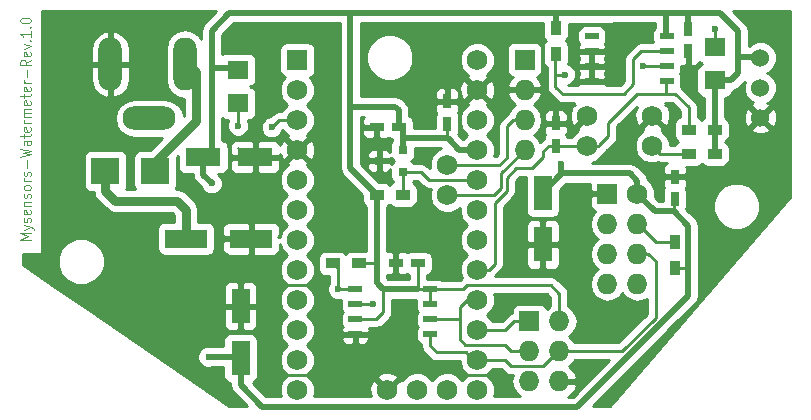
<source format=gtl>
G04 #@! TF.FileFunction,Copper,L1,Top,Signal*
%FSLAX46Y46*%
G04 Gerber Fmt 4.6, Leading zero omitted, Abs format (unit mm)*
G04 Created by KiCad (PCBNEW 4.0.2-stable) date 19-2-2017 13:23:34*
%MOMM*%
G01*
G04 APERTURE LIST*
%ADD10C,0.100000*%
%ADD11C,0.125000*%
%ADD12C,1.727200*%
%ADD13R,1.727200X1.727200*%
%ADD14O,1.727200X1.727200*%
%ADD15R,1.200000X0.750000*%
%ADD16R,0.750000X1.200000*%
%ADD17R,1.200000X0.900000*%
%ADD18R,0.900000X1.200000*%
%ADD19R,0.800100X0.800100*%
%ADD20R,1.143000X0.508000*%
%ADD21R,1.600200X2.999740*%
%ADD22R,2.999740X1.600200*%
%ADD23R,3.599180X1.600200*%
%ADD24C,1.524000*%
%ADD25R,1.800860X1.597660*%
%ADD26R,2.400000X2.300000*%
%ADD27O,2.000000X4.500000*%
%ADD28O,4.500000X2.000000*%
%ADD29C,0.600000*%
%ADD30C,0.250000*%
%ADD31C,0.750000*%
%ADD32C,0.500000*%
%ADD33C,0.254000*%
G04 APERTURE END LIST*
D10*
D11*
X1327143Y14778571D02*
X427143Y14778571D01*
X1070000Y15045238D01*
X427143Y15311905D01*
X1327143Y15311905D01*
X727143Y15616667D02*
X1327143Y15807143D01*
X727143Y15997619D02*
X1327143Y15807143D01*
X1541429Y15730952D01*
X1584286Y15692857D01*
X1627143Y15616667D01*
X1284286Y16264286D02*
X1327143Y16340476D01*
X1327143Y16492857D01*
X1284286Y16569048D01*
X1198571Y16607143D01*
X1155714Y16607143D01*
X1070000Y16569048D01*
X1027143Y16492857D01*
X1027143Y16378572D01*
X984286Y16302381D01*
X898571Y16264286D01*
X855714Y16264286D01*
X770000Y16302381D01*
X727143Y16378572D01*
X727143Y16492857D01*
X770000Y16569048D01*
X1284286Y17254762D02*
X1327143Y17178572D01*
X1327143Y17026191D01*
X1284286Y16950000D01*
X1198571Y16911905D01*
X855714Y16911905D01*
X770000Y16950000D01*
X727143Y17026191D01*
X727143Y17178572D01*
X770000Y17254762D01*
X855714Y17292857D01*
X941429Y17292857D01*
X1027143Y16911905D01*
X727143Y17635714D02*
X1327143Y17635714D01*
X812857Y17635714D02*
X770000Y17673809D01*
X727143Y17750000D01*
X727143Y17864286D01*
X770000Y17940476D01*
X855714Y17978571D01*
X1327143Y17978571D01*
X1284286Y18321429D02*
X1327143Y18397619D01*
X1327143Y18550000D01*
X1284286Y18626191D01*
X1198571Y18664286D01*
X1155714Y18664286D01*
X1070000Y18626191D01*
X1027143Y18550000D01*
X1027143Y18435715D01*
X984286Y18359524D01*
X898571Y18321429D01*
X855714Y18321429D01*
X770000Y18359524D01*
X727143Y18435715D01*
X727143Y18550000D01*
X770000Y18626191D01*
X1327143Y19121429D02*
X1284286Y19045238D01*
X1241429Y19007143D01*
X1155714Y18969048D01*
X898571Y18969048D01*
X812857Y19007143D01*
X770000Y19045238D01*
X727143Y19121429D01*
X727143Y19235715D01*
X770000Y19311905D01*
X812857Y19350000D01*
X898571Y19388096D01*
X1155714Y19388096D01*
X1241429Y19350000D01*
X1284286Y19311905D01*
X1327143Y19235715D01*
X1327143Y19121429D01*
X1327143Y19730953D02*
X727143Y19730953D01*
X898571Y19730953D02*
X812857Y19769048D01*
X770000Y19807144D01*
X727143Y19883334D01*
X727143Y19959525D01*
X1284286Y20188096D02*
X1327143Y20264286D01*
X1327143Y20416667D01*
X1284286Y20492858D01*
X1198571Y20530953D01*
X1155714Y20530953D01*
X1070000Y20492858D01*
X1027143Y20416667D01*
X1027143Y20302382D01*
X984286Y20226191D01*
X898571Y20188096D01*
X855714Y20188096D01*
X770000Y20226191D01*
X727143Y20302382D01*
X727143Y20416667D01*
X770000Y20492858D01*
X984286Y20873810D02*
X984286Y21483334D01*
X427143Y21788096D02*
X1327143Y21978572D01*
X684286Y22130953D01*
X1327143Y22283334D01*
X427143Y22473810D01*
X1327143Y23121429D02*
X855714Y23121429D01*
X770000Y23083334D01*
X727143Y23007144D01*
X727143Y22854763D01*
X770000Y22778572D01*
X1284286Y23121429D02*
X1327143Y23045239D01*
X1327143Y22854763D01*
X1284286Y22778572D01*
X1198571Y22740477D01*
X1112857Y22740477D01*
X1027143Y22778572D01*
X984286Y22854763D01*
X984286Y23045239D01*
X941429Y23121429D01*
X727143Y23388096D02*
X727143Y23692858D01*
X427143Y23502382D02*
X1198571Y23502382D01*
X1284286Y23540477D01*
X1327143Y23616668D01*
X1327143Y23692858D01*
X1284286Y24264287D02*
X1327143Y24188097D01*
X1327143Y24035716D01*
X1284286Y23959525D01*
X1198571Y23921430D01*
X855714Y23921430D01*
X770000Y23959525D01*
X727143Y24035716D01*
X727143Y24188097D01*
X770000Y24264287D01*
X855714Y24302382D01*
X941429Y24302382D01*
X1027143Y23921430D01*
X1327143Y24645239D02*
X727143Y24645239D01*
X898571Y24645239D02*
X812857Y24683334D01*
X770000Y24721430D01*
X727143Y24797620D01*
X727143Y24873811D01*
X1327143Y25140477D02*
X727143Y25140477D01*
X812857Y25140477D02*
X770000Y25178572D01*
X727143Y25254763D01*
X727143Y25369049D01*
X770000Y25445239D01*
X855714Y25483334D01*
X1327143Y25483334D01*
X855714Y25483334D02*
X770000Y25521430D01*
X727143Y25597620D01*
X727143Y25711906D01*
X770000Y25788096D01*
X855714Y25826191D01*
X1327143Y25826191D01*
X1284286Y26511906D02*
X1327143Y26435716D01*
X1327143Y26283335D01*
X1284286Y26207144D01*
X1198571Y26169049D01*
X855714Y26169049D01*
X770000Y26207144D01*
X727143Y26283335D01*
X727143Y26435716D01*
X770000Y26511906D01*
X855714Y26550001D01*
X941429Y26550001D01*
X1027143Y26169049D01*
X727143Y26778572D02*
X727143Y27083334D01*
X427143Y26892858D02*
X1198571Y26892858D01*
X1284286Y26930953D01*
X1327143Y27007144D01*
X1327143Y27083334D01*
X1284286Y27654763D02*
X1327143Y27578573D01*
X1327143Y27426192D01*
X1284286Y27350001D01*
X1198571Y27311906D01*
X855714Y27311906D01*
X770000Y27350001D01*
X727143Y27426192D01*
X727143Y27578573D01*
X770000Y27654763D01*
X855714Y27692858D01*
X941429Y27692858D01*
X1027143Y27311906D01*
X1327143Y28035715D02*
X727143Y28035715D01*
X898571Y28035715D02*
X812857Y28073810D01*
X770000Y28111906D01*
X727143Y28188096D01*
X727143Y28264287D01*
X984286Y28530953D02*
X984286Y29140477D01*
X1327143Y29978572D02*
X898571Y29711905D01*
X1327143Y29521429D02*
X427143Y29521429D01*
X427143Y29826191D01*
X470000Y29902382D01*
X512857Y29940477D01*
X598571Y29978572D01*
X727143Y29978572D01*
X812857Y29940477D01*
X855714Y29902382D01*
X898571Y29826191D01*
X898571Y29521429D01*
X1284286Y30626191D02*
X1327143Y30550001D01*
X1327143Y30397620D01*
X1284286Y30321429D01*
X1198571Y30283334D01*
X855714Y30283334D01*
X770000Y30321429D01*
X727143Y30397620D01*
X727143Y30550001D01*
X770000Y30626191D01*
X855714Y30664286D01*
X941429Y30664286D01*
X1027143Y30283334D01*
X727143Y30930953D02*
X1327143Y31121429D01*
X727143Y31311905D01*
X1241429Y31616667D02*
X1284286Y31654762D01*
X1327143Y31616667D01*
X1284286Y31578572D01*
X1241429Y31616667D01*
X1327143Y31616667D01*
X1327143Y32416667D02*
X1327143Y31959524D01*
X1327143Y32188095D02*
X427143Y32188095D01*
X555714Y32111905D01*
X641429Y32035714D01*
X684286Y31959524D01*
X1241429Y32759524D02*
X1284286Y32797619D01*
X1327143Y32759524D01*
X1284286Y32721429D01*
X1241429Y32759524D01*
X1327143Y32759524D01*
X427143Y33292857D02*
X427143Y33369048D01*
X470000Y33445238D01*
X512857Y33483333D01*
X598571Y33521429D01*
X770000Y33559524D01*
X984286Y33559524D01*
X1155714Y33521429D01*
X1241429Y33483333D01*
X1284286Y33445238D01*
X1327143Y33369048D01*
X1327143Y33292857D01*
X1284286Y33216667D01*
X1241429Y33178571D01*
X1155714Y33140476D01*
X984286Y33102381D01*
X770000Y33102381D01*
X598571Y33140476D01*
X512857Y33178571D01*
X470000Y33216667D01*
X427143Y33292857D01*
D12*
X52701900Y18651600D03*
D13*
X50161900Y18651600D03*
D14*
X52701900Y16111600D03*
X50161900Y16111600D03*
X52701900Y13571600D03*
X50161900Y13571600D03*
X52701900Y11031600D03*
X50161900Y11031600D03*
D15*
X32506400Y24303100D03*
X30606400Y24303100D03*
D16*
X36585600Y24579920D03*
X36585600Y26479920D03*
X55870000Y18200000D03*
X55870000Y20100000D03*
D15*
X34132000Y12771500D03*
X32232000Y12771500D03*
D16*
X56984360Y32597840D03*
X56984360Y30697840D03*
X45774360Y22727840D03*
X45774360Y24627840D03*
D13*
X43557900Y7843900D03*
D14*
X46097900Y7843900D03*
X43557900Y5303900D03*
X46097900Y5303900D03*
X43557900Y2763900D03*
X46097900Y2763900D03*
D17*
X30634200Y18575400D03*
X32834200Y18575400D03*
X29104360Y12747840D03*
X26904360Y12747840D03*
X59250000Y22040000D03*
X57050000Y22040000D03*
X59250000Y24080000D03*
X57050000Y24080000D03*
D18*
X45790560Y32725920D03*
X45790560Y30525920D03*
D19*
X32836560Y20495600D03*
X32836560Y22395600D03*
X30837580Y21445600D03*
D20*
X35163200Y10574400D03*
X35163200Y9304400D03*
X35163200Y8034400D03*
X35163200Y6764400D03*
X28813200Y6764400D03*
X28813200Y8034400D03*
X28813200Y9304400D03*
X28813200Y10574400D03*
X55183480Y32006920D03*
X55183480Y30736920D03*
X55183480Y29466920D03*
X55183480Y28196920D03*
X48833480Y28196920D03*
X48833480Y29466920D03*
X48833480Y30736920D03*
X48833480Y32006920D03*
D21*
X19092620Y4740020D03*
X19092620Y9139300D03*
D22*
X15943020Y21747860D03*
X20342300Y21747860D03*
D21*
X44688200Y18755740D03*
X44688200Y14356460D03*
D23*
X14479980Y14854300D03*
X19981620Y14854300D03*
D24*
X63103200Y27643200D03*
X63103200Y25103200D03*
X63103200Y30183200D03*
D12*
X53960100Y22728300D03*
X53960100Y25268300D03*
X48460100Y22728300D03*
X48460100Y25268300D03*
D18*
X55890000Y12400000D03*
X55890000Y14600000D03*
D13*
X43148960Y30000320D03*
D14*
X43148960Y27460320D03*
X43148960Y24920320D03*
X43148960Y22380320D03*
D25*
X59242400Y28242640D03*
X59242400Y31082360D03*
X18869100Y29164660D03*
X18869100Y26324940D03*
D12*
X39138300Y2040000D03*
X39138300Y4580000D03*
X39138300Y7120000D03*
X39138300Y9660000D03*
X39138300Y12200000D03*
X39138300Y14740000D03*
X39138300Y17280000D03*
X39138300Y19820000D03*
X39138300Y22360000D03*
X39138300Y24900000D03*
X39138300Y27440000D03*
X39138300Y29980000D03*
X36598300Y2040000D03*
X34058300Y2040000D03*
X31518300Y2040000D03*
D13*
X23898300Y29980000D03*
D12*
X23898300Y27440000D03*
X23898300Y24900000D03*
X23898300Y22360000D03*
X23898300Y19820000D03*
X23898300Y17280000D03*
X23898300Y14740000D03*
X23898300Y12200000D03*
X23898300Y9660000D03*
X23898300Y7120000D03*
X23898300Y4580000D03*
X23898300Y2040000D03*
X36598300Y21090000D03*
X36598300Y18550000D03*
D26*
X11860000Y20570000D03*
X7660000Y20570000D03*
D27*
X14380000Y29630000D03*
X8080000Y29630000D03*
D28*
X11380000Y25030000D03*
D29*
X4420000Y24680000D03*
X4440000Y32440000D03*
X8140140Y15796640D03*
X7916620Y9174860D03*
X56960000Y29040000D03*
X3320000Y15810000D03*
X63789000Y33028000D03*
X60868000Y22842600D03*
X27844360Y18387840D03*
X30040000Y22900000D03*
X64690700Y18867500D03*
X58720000Y13250000D03*
X50650000Y29480000D03*
X47832720Y18687160D03*
X27204360Y4657840D03*
X34439300Y14714600D03*
X34574360Y21977840D03*
X34574360Y18557840D03*
X41249040Y31526860D03*
X27164740Y27945460D03*
X36052200Y31526860D03*
X21160000Y4470000D03*
X47494900Y9863200D03*
X44690000Y9860000D03*
X51139800Y7805800D03*
X41550000Y1700000D03*
X46783700Y14371700D03*
X21734220Y24287860D03*
X30344360Y9337840D03*
X46567800Y28737940D03*
X27352700Y10574400D03*
X14484360Y17251840D03*
X18889420Y24402160D03*
X59255100Y32634300D03*
X53170000Y29460000D03*
X46245220Y21161120D03*
X16382440Y4844160D03*
X16644360Y19537840D03*
D30*
X8080000Y29630000D02*
X6190000Y29630000D01*
X6190000Y29630000D02*
X4440000Y32440000D01*
X14426640Y12639420D02*
X10962080Y9174860D01*
X16857420Y12639420D02*
X14426640Y12639420D01*
X10962080Y9174860D02*
X7916620Y9174860D01*
X19981620Y14854300D02*
X19981620Y12774040D01*
X19847000Y12639420D02*
X16857420Y12639420D01*
X19981620Y12774040D02*
X19847000Y12639420D01*
X56984360Y30697840D02*
X56984360Y29064360D01*
X56984360Y29064360D02*
X56960000Y29040000D01*
X3320000Y15810000D02*
X3326740Y15803260D01*
X27844360Y18387840D02*
X26184360Y18387840D01*
X25531296Y17734776D02*
X25531296Y17734912D01*
X26184360Y18387840D02*
X25531296Y17734776D01*
X22348900Y10930000D02*
X25168300Y10930000D01*
X25523900Y11285600D02*
X25531296Y17734912D01*
X25168300Y10930000D02*
X25523900Y11285600D01*
X21813875Y10394975D02*
X22348900Y10930000D01*
X21813875Y9146920D02*
X21813875Y10394975D01*
X64690700Y18867500D02*
X64690700Y19019900D01*
X64690700Y19019900D02*
X64690700Y18867500D01*
X60868000Y22842600D02*
X64690700Y19019900D01*
X60868000Y22842600D02*
X60868000Y21728000D01*
X57160000Y19750000D02*
X58720000Y13250000D01*
X58170000Y20760000D02*
X57160000Y19750000D01*
X59900000Y20760000D02*
X58170000Y20760000D01*
X60868000Y21728000D02*
X59900000Y20760000D01*
X48833480Y29466920D02*
X50636920Y29466920D01*
X50636920Y29466920D02*
X50650000Y29480000D01*
X32232000Y12771500D02*
X32232000Y14405480D01*
X32232000Y14405480D02*
X32541120Y14714600D01*
X25894360Y3322700D02*
X25894360Y3347840D01*
X25894360Y3347840D02*
X27204360Y4657840D01*
X34439300Y14714600D02*
X34439300Y18382780D01*
X32541120Y14714600D02*
X34439300Y14714600D01*
X34574360Y18517840D02*
X34574360Y18557840D01*
X34439300Y18382780D02*
X34574360Y18517840D01*
X44688200Y14356460D02*
X46768460Y14356460D01*
X46768460Y14356460D02*
X46783700Y14371700D01*
X21162720Y32296480D02*
X27055520Y32296480D01*
X27055520Y32296480D02*
X27075840Y32316800D01*
X27157120Y32235520D02*
X27164740Y27945460D01*
X27075840Y32316800D02*
X27157120Y32235520D01*
X46783700Y14371700D02*
X46783700Y10315320D01*
X47235820Y9863200D02*
X47494900Y9863200D01*
X46783700Y10315320D02*
X47235820Y9863200D01*
X21813875Y9146920D02*
X19100240Y9146920D01*
X19100240Y9146920D02*
X19092620Y9139300D01*
X21155100Y24988900D02*
X21155100Y32288860D01*
X20342300Y24176100D02*
X21155100Y24988900D01*
X20342300Y21747860D02*
X20342300Y24176100D01*
X21155100Y32288860D02*
X21162720Y32296480D01*
X21813875Y7044186D02*
X21813875Y9146920D01*
X22183800Y3322700D02*
X21752000Y3754500D01*
X25894360Y3322700D02*
X22183800Y3322700D01*
X21134600Y4444600D02*
X21160000Y4470000D01*
X21752000Y3754500D02*
X21134600Y4444600D01*
X21160000Y4470000D02*
X21198100Y4431900D01*
X21160000Y4520800D02*
X21172700Y4508100D01*
X21813875Y7044186D02*
X21160000Y4520800D01*
X47494900Y9863200D02*
X47494900Y9736200D01*
X47494900Y9736200D02*
X49425300Y7805800D01*
X49425300Y7805800D02*
X51139800Y7805800D01*
X41284600Y2725800D02*
X41284600Y2243200D01*
X33499500Y5037200D02*
X34972700Y3564000D01*
X34972700Y3564000D02*
X37665100Y3564000D01*
X37665100Y3564000D02*
X37931800Y3297300D01*
X37931800Y3297300D02*
X40713100Y3297300D01*
X40713100Y3297300D02*
X41284600Y2725800D01*
X31111900Y5037200D02*
X33499500Y5037200D01*
X41284600Y2243200D02*
X41550000Y1700000D01*
X46783700Y14447900D02*
X46783700Y14371700D01*
X46793860Y14458060D02*
X46783700Y14447900D01*
X28813200Y5430900D02*
X28813200Y6764400D01*
X29181500Y5062600D02*
X28813200Y5430900D01*
X31086500Y5062600D02*
X29181500Y5062600D01*
X31111900Y5037200D02*
X31086500Y5062600D01*
X18869100Y22537800D02*
X18856400Y22525100D01*
D31*
X15330000Y29000000D02*
X15330000Y24820000D01*
X15330000Y24820000D02*
X11860000Y21350000D01*
X14380000Y29630000D02*
X14700000Y29630000D01*
X14700000Y29630000D02*
X15330000Y29000000D01*
X11860000Y21350000D02*
X11860000Y20570000D01*
D30*
X21734220Y24287860D02*
X22346360Y24900000D01*
X22346360Y24900000D02*
X23898300Y24900000D01*
X30344360Y9337840D02*
X28846640Y9337840D01*
X28846640Y9337840D02*
X28813200Y9304400D01*
X43545200Y7856600D02*
X42262500Y7856600D01*
X41525900Y7120000D02*
X42262500Y7856600D01*
X41525900Y7120000D02*
X39138300Y7120000D01*
X43545200Y7856600D02*
X43557900Y7843900D01*
X28851300Y9342500D02*
X28813200Y9304400D01*
X30344360Y9337840D02*
X30312610Y9306090D01*
X28819550Y9310750D02*
X28813200Y9304400D01*
X43557900Y7843900D02*
X43557900Y7831200D01*
X37634360Y8037840D02*
X37634360Y6337840D01*
X42033900Y5316600D02*
X43545200Y5316600D01*
X41513200Y5837300D02*
X42033900Y5316600D01*
X40446400Y5837300D02*
X38135000Y5837300D01*
X40446400Y5837300D02*
X41513200Y5837300D01*
X38134900Y5837300D02*
X37634360Y6337840D01*
X38135000Y5837300D02*
X38134900Y5837300D01*
X39138300Y9660000D02*
X38266520Y9660000D01*
X37634360Y9027840D02*
X37634360Y8037840D01*
X37634360Y9027840D02*
X38266520Y9660000D01*
X35163200Y8034400D02*
X37634360Y8034400D01*
X37634360Y8034400D02*
X37634360Y8037840D01*
X43545200Y5316600D02*
X43557900Y5303900D01*
X35175900Y8047100D02*
X35163200Y8034400D01*
X53620000Y13571600D02*
X53620000Y13570000D01*
X54260000Y12930000D02*
X54260000Y8170000D01*
X53620000Y13570000D02*
X54260000Y12930000D01*
X54260000Y8170000D02*
X51393900Y5303900D01*
X35694360Y5217840D02*
X38154360Y5217840D01*
X35694360Y5217840D02*
X35163200Y5749000D01*
X35163200Y6764400D02*
X35163200Y5749000D01*
X38154360Y5217840D02*
X38792200Y4580000D01*
X39138300Y4580000D02*
X38792200Y4580000D01*
X52701900Y13571600D02*
X53620000Y13571600D01*
X51393900Y5303900D02*
X46097900Y5303900D01*
X42097400Y4033900D02*
X41983100Y4033900D01*
X44713600Y4033900D02*
X42097400Y4033900D01*
X45983600Y5303900D02*
X44713600Y4033900D01*
X41449700Y4567300D02*
X39151000Y4567300D01*
X41983100Y4033900D02*
X41449700Y4567300D01*
X39151000Y4567300D02*
X39138300Y4580000D01*
X35239400Y6688200D02*
X35163200Y6764400D01*
X46097900Y5303900D02*
X45983600Y5303900D01*
X46097900Y5303900D02*
X46110600Y5303900D01*
X46097900Y5303900D02*
X46097900Y5037200D01*
X39151000Y4567300D02*
X39138300Y4580000D01*
X32836560Y20495600D02*
X32836560Y18577760D01*
X32836560Y18577760D02*
X32834200Y18575400D01*
X32836560Y20495600D02*
X34386000Y20495600D01*
X35061600Y19820000D02*
X39138300Y19820000D01*
X34386000Y20495600D02*
X35061600Y19820000D01*
X50536780Y27076780D02*
X51533220Y27076780D01*
X54096360Y30736920D02*
X53030000Y30736920D01*
X45760080Y28710000D02*
X45760080Y27716860D01*
X50536780Y27076780D02*
X46400160Y27076780D01*
X46400160Y27076780D02*
X45760080Y27716860D01*
X54096360Y30736920D02*
X55183480Y30736920D01*
X52360000Y30066920D02*
X53030000Y30736920D01*
X52360000Y27903560D02*
X52360000Y30066920D01*
X51533220Y27076780D02*
X52360000Y27903560D01*
X45760080Y28710000D02*
X45760080Y30495440D01*
X45760080Y30495440D02*
X45790560Y30525920D01*
X46567800Y28737940D02*
X46539860Y28710000D01*
X46539860Y28710000D02*
X45760080Y28710000D01*
X27352700Y10574400D02*
X27352700Y12299500D01*
X27352700Y12299500D02*
X26904360Y12747840D01*
X28813200Y10574400D02*
X27352700Y10574400D01*
X52701900Y16111600D02*
X52748400Y16111600D01*
X52748400Y16111600D02*
X54260000Y14600000D01*
X54260000Y14600000D02*
X55890000Y14600000D01*
D31*
X14484360Y17251840D02*
X14484360Y17305640D01*
X14484360Y17305640D02*
X13730000Y18060000D01*
X13730000Y18060000D02*
X8470000Y18060000D01*
X8470000Y18060000D02*
X7660000Y18870000D01*
X7660000Y18870000D02*
X7660000Y20570000D01*
X14484360Y17251840D02*
X14484360Y14858680D01*
X14484360Y14858680D02*
X14479980Y14854300D01*
D32*
X14479980Y17247840D02*
X14480360Y17247840D01*
X14480360Y17247840D02*
X14484360Y17251840D01*
D30*
X50230480Y24670480D02*
X50230480Y23513960D01*
X52752700Y27097100D02*
X53875380Y27097100D01*
X49464360Y22747840D02*
X50230480Y23513960D01*
X48460100Y22728300D02*
X49464360Y22728300D01*
X49464360Y22728300D02*
X49464360Y22747840D01*
X53875380Y27097100D02*
X55140000Y27097100D01*
X52752700Y27097100D02*
X52690000Y27097100D01*
X52657100Y27097100D02*
X50230480Y24670480D01*
X52690000Y27097100D02*
X52657100Y27097100D01*
X55140000Y27097100D02*
X55140000Y28153440D01*
X55140000Y28153440D02*
X55183480Y28196920D01*
X55897600Y27097100D02*
X55912900Y27097100D01*
X55912900Y27097100D02*
X57050000Y25960000D01*
X57050000Y25960000D02*
X57050000Y24080000D01*
X55140000Y27097100D02*
X55897600Y27097100D01*
X43794360Y20815680D02*
X43812200Y20815680D01*
X45204360Y22727840D02*
X45774360Y22727840D01*
X44734360Y22257840D02*
X45204360Y22727840D01*
X44734360Y21737840D02*
X44734360Y22257840D01*
X43812200Y20815680D02*
X44734360Y21737840D01*
X48460100Y22728300D02*
X45774820Y22728300D01*
X45774820Y22728300D02*
X45774360Y22727840D01*
X43270880Y20815680D02*
X42458080Y20815680D01*
X40649600Y12728320D02*
X40121280Y12200000D01*
X40649600Y17869280D02*
X40649600Y12728320D01*
X41665600Y18885280D02*
X40649600Y17869280D01*
X41665600Y20023200D02*
X41665600Y18885280D01*
X42458080Y20815680D02*
X41665600Y20023200D01*
X43794360Y20815680D02*
X43270880Y20815680D01*
X40121280Y12200000D02*
X39138300Y12200000D01*
X18869100Y26324940D02*
X18869100Y24422480D01*
X18869100Y24422480D02*
X18889420Y24402160D01*
X59242400Y32647000D02*
X59242400Y32748600D01*
X59255100Y32634300D02*
X59242400Y32647000D01*
X59242400Y31082360D02*
X59242400Y32748600D01*
X57050000Y22040000D02*
X54648400Y22040000D01*
X54648400Y22040000D02*
X53960100Y22728300D01*
X53176920Y29466920D02*
X53170000Y29460000D01*
X53176920Y29466920D02*
X55183480Y29466920D01*
X55794500Y17155500D02*
X55794500Y18124500D01*
X55794500Y18124500D02*
X55870000Y18200000D01*
X56990000Y12400000D02*
X55890000Y12400000D01*
D32*
X55559400Y8569400D02*
X55569400Y8569400D01*
X52701900Y18651600D02*
X54198000Y17155500D01*
X47614797Y624797D02*
X55559400Y8569400D01*
X20923960Y637920D02*
X47614797Y594797D01*
X19092620Y2469260D02*
X19092620Y4740020D01*
X19092620Y2469260D02*
X20923960Y637920D01*
X47614797Y594797D02*
X47614797Y624797D01*
X55794500Y17155500D02*
X54198000Y17155500D01*
X56990000Y15960000D02*
X55794500Y17155500D01*
X56990000Y9990000D02*
X56990000Y12400000D01*
X56990000Y12400000D02*
X56990000Y15960000D01*
X55569400Y8569400D02*
X56990000Y9990000D01*
X46245220Y20376260D02*
X46245220Y20312760D01*
X46245220Y20312760D02*
X44688200Y18755740D01*
X46245220Y21161120D02*
X46245220Y20376260D01*
X46247760Y20378800D02*
X52092300Y20378800D01*
X46245220Y20376260D02*
X46247760Y20378800D01*
X44688200Y19604100D02*
X44688200Y18755740D01*
X52701900Y19769200D02*
X52092300Y20378800D01*
X52701900Y18651600D02*
X52701900Y19769200D01*
X18988480Y4844160D02*
X16382440Y4844160D01*
X18988480Y4844160D02*
X19092620Y4740020D01*
X45059040Y18755740D02*
X44688200Y18755740D01*
D30*
X44878700Y18829400D02*
X44878700Y18781140D01*
D32*
X52701900Y18651600D02*
X52714600Y18651600D01*
X61236300Y30259400D02*
X61236300Y32418400D01*
X59694912Y33959788D02*
X57004281Y33959788D01*
X61236300Y32418400D02*
X59694912Y33959788D01*
X59250000Y24080000D02*
X59250000Y22040000D01*
X59242400Y28242640D02*
X59242400Y24087600D01*
X59242400Y24087600D02*
X59250000Y24080000D01*
D30*
X30634200Y12787840D02*
X29144360Y12787840D01*
X29144360Y12787840D02*
X29104360Y12747840D01*
X38384360Y10904600D02*
X38291120Y10904600D01*
X37960920Y10574400D02*
X35870920Y10574400D01*
X38291120Y10904600D02*
X37960920Y10574400D01*
D32*
X28396640Y23545560D02*
X28396640Y20812960D01*
X28396640Y26037840D02*
X28396640Y23545560D01*
X28396640Y20812960D02*
X30634200Y18575400D01*
X28396640Y26037840D02*
X32194360Y26037840D01*
X32506400Y25725800D02*
X32506400Y24303100D01*
X32194360Y26037840D02*
X32506400Y25725800D01*
X30634200Y18575400D02*
X30634200Y14617840D01*
X30634200Y14617840D02*
X30634200Y12787840D01*
X30634200Y12787840D02*
X30634200Y11138000D01*
D30*
X34132000Y12771500D02*
X34132000Y10612040D01*
X34132000Y10612040D02*
X34094360Y10574400D01*
X35163200Y10574400D02*
X34094360Y10574400D01*
D32*
X34094360Y10574400D02*
X32144360Y10574400D01*
X32144360Y10574400D02*
X31197800Y10574400D01*
D30*
X31197800Y10574400D02*
X31197800Y8651280D01*
X28813200Y8034400D02*
X30580920Y8034400D01*
X31197800Y8651280D02*
X30580920Y8034400D01*
D32*
X31197800Y10574400D02*
X30744360Y11027840D01*
D30*
X35163200Y10574400D02*
X34737800Y10574400D01*
X45374000Y10904600D02*
X38384360Y10904600D01*
X46097900Y10180700D02*
X45374000Y10904600D01*
X46097900Y10180700D02*
X46097900Y7843900D01*
X35163200Y10574400D02*
X35870920Y10574400D01*
D32*
X57004281Y33959788D02*
X57004281Y32617761D01*
X57004281Y32617761D02*
X56984360Y32597840D01*
X15943020Y21747860D02*
X15943020Y20239180D01*
X15943020Y20239180D02*
X16644360Y19537840D01*
X28396640Y33952600D02*
X45826026Y33952600D01*
X28396640Y33952600D02*
X28396640Y26037840D01*
D30*
X36598300Y23376000D02*
X36598300Y24567220D01*
X36598300Y24567220D02*
X36585600Y24579920D01*
D32*
X32836560Y23376000D02*
X36598300Y23376000D01*
X36725300Y23249000D02*
X37614300Y22360000D01*
X37614300Y22360000D02*
X39138300Y22360000D01*
X36598300Y23376000D02*
X36725300Y23249000D01*
X55076739Y33957683D02*
X55076739Y32113661D01*
X55076739Y32113661D02*
X55183480Y32006920D01*
X45831039Y33947587D02*
X45831039Y32766399D01*
X45831039Y32766399D02*
X45790560Y32725920D01*
X15943020Y21747860D02*
X15943020Y21498940D01*
X16661840Y29268800D02*
X16661840Y22466680D01*
X16661840Y22466680D02*
X15943020Y21747860D01*
X32531800Y24277700D02*
X32506400Y24303100D01*
D30*
X28805400Y8042200D02*
X28813200Y8034400D01*
D32*
X45831039Y33947587D02*
X55076739Y33957683D01*
X55076739Y33957683D02*
X57004281Y33959788D01*
X28396640Y33952600D02*
X18155400Y33952600D01*
X16661840Y32459040D02*
X16661840Y29268800D01*
X18155400Y33952600D02*
X16661840Y32459040D01*
X30608800Y18550000D02*
X30634200Y18575400D01*
X16661840Y29268800D02*
X18764960Y29268800D01*
X18764960Y29268800D02*
X18869100Y29164660D01*
X61236300Y30259400D02*
X63027000Y30259400D01*
X63027000Y30259400D02*
X63103200Y30183200D01*
X61236300Y28837000D02*
X61236300Y30259400D01*
X60641940Y28242640D02*
X59242400Y28242640D01*
X61236300Y28837000D02*
X60641940Y28242640D01*
D30*
X30532600Y18677000D02*
X30634200Y18575400D01*
D32*
X32836560Y22395600D02*
X32836560Y22944200D01*
X32836560Y22944200D02*
X32836560Y23376000D01*
X32836560Y23376000D02*
X32836560Y23972940D01*
D30*
X35163200Y10574400D02*
X35163200Y9304400D01*
X28805400Y8042200D02*
X28813200Y8034400D01*
X40174620Y21090000D02*
X41016520Y21090000D01*
X42284360Y24907840D02*
X42284360Y24920320D01*
X42204360Y24907840D02*
X42284360Y24907840D01*
X41644360Y24347840D02*
X42204360Y24907840D01*
X41644360Y21717840D02*
X41644360Y24347840D01*
X41016520Y21090000D02*
X41644360Y21717840D01*
X36598300Y21090000D02*
X40174620Y21090000D01*
X42284360Y24920320D02*
X43148960Y24920320D01*
X36598300Y18550000D02*
X40537840Y18550000D01*
X41165220Y20396580D02*
X43148960Y22380320D01*
X41165220Y19177380D02*
X41165220Y20396580D01*
X40537840Y18550000D02*
X41165220Y19177380D01*
D33*
G36*
X65626900Y18405823D02*
X50397813Y703400D01*
X48944980Y703400D01*
X56165051Y7923472D01*
X56195190Y7943610D01*
X57615787Y9364208D01*
X57615790Y9364210D01*
X57807633Y9651325D01*
X57828607Y9756767D01*
X57875001Y9990000D01*
X57875000Y9990005D01*
X57875000Y15960000D01*
X57807633Y16298675D01*
X57615790Y16585790D01*
X57615787Y16585792D01*
X56997188Y17204391D01*
X59098557Y17204391D01*
X59400118Y16474557D01*
X59958020Y15915681D01*
X60687327Y15612846D01*
X61477009Y15612157D01*
X62206843Y15913718D01*
X62765719Y16471620D01*
X63068554Y17200927D01*
X63069243Y17990609D01*
X62767682Y18720443D01*
X62209780Y19279319D01*
X61480473Y19582154D01*
X60690791Y19582843D01*
X59960957Y19281282D01*
X59402081Y18723380D01*
X59099246Y17994073D01*
X59098557Y17204391D01*
X56997188Y17204391D01*
X56843458Y17358121D01*
X56892440Y17600000D01*
X56892440Y18800000D01*
X56848162Y19035317D01*
X56781671Y19138646D01*
X56783327Y19140302D01*
X56880000Y19373691D01*
X56880000Y19814250D01*
X56721250Y19973000D01*
X55997000Y19973000D01*
X55997000Y19953000D01*
X55743000Y19953000D01*
X55743000Y19973000D01*
X55018750Y19973000D01*
X54860000Y19814250D01*
X54860000Y19373691D01*
X54956673Y19140302D01*
X54958043Y19138932D01*
X54898569Y19051890D01*
X54847560Y18800000D01*
X54847560Y18040500D01*
X54564579Y18040500D01*
X54200285Y18404795D01*
X54200759Y18948382D01*
X53973092Y19499380D01*
X53557826Y19915371D01*
X53519534Y20107874D01*
X53381779Y20314039D01*
X53327690Y20394990D01*
X53327687Y20394992D01*
X52718090Y21004590D01*
X52671542Y21035692D01*
X52430975Y21196433D01*
X52374784Y21207610D01*
X52092300Y21263801D01*
X52092295Y21263800D01*
X48840037Y21263800D01*
X49307880Y21457108D01*
X49729810Y21878303D01*
X49805027Y22059446D01*
X50001761Y22190899D01*
X50041108Y22249786D01*
X50767881Y22976559D01*
X50932628Y23223120D01*
X50990480Y23513960D01*
X50990480Y24355678D01*
X52629713Y25994911D01*
X52449852Y25500270D01*
X52476042Y24904665D01*
X52653584Y24476041D01*
X52906295Y24394100D01*
X53780495Y25268300D01*
X53766353Y25282442D01*
X53945958Y25462047D01*
X53960100Y25447905D01*
X53974243Y25462047D01*
X54153848Y25282442D01*
X54139705Y25268300D01*
X55013905Y24394100D01*
X55266616Y24476041D01*
X55470348Y25036330D01*
X55444158Y25631935D01*
X55266616Y26060559D01*
X55013907Y26142499D01*
X55128575Y26257167D01*
X55048642Y26337100D01*
X55598098Y26337100D01*
X56290000Y25645198D01*
X56290000Y25147334D01*
X56214683Y25133162D01*
X55998559Y24994090D01*
X55853569Y24781890D01*
X55802560Y24530000D01*
X55802560Y23630000D01*
X55846838Y23394683D01*
X55985910Y23178559D01*
X56161232Y23058767D01*
X55998559Y22954090D01*
X55893274Y22800000D01*
X55458763Y22800000D01*
X55458959Y23025082D01*
X55231292Y23576080D01*
X54810097Y23998010D01*
X54769563Y24014841D01*
X54834300Y24214495D01*
X53960100Y25088695D01*
X53085900Y24214495D01*
X53150499Y24015267D01*
X53112320Y23999492D01*
X52690390Y23578297D01*
X52461761Y23027698D01*
X52461241Y22431518D01*
X52688908Y21880520D01*
X53110103Y21458590D01*
X53660702Y21229961D01*
X54256882Y21229441D01*
X54466711Y21316140D01*
X54648400Y21280000D01*
X55235908Y21280000D01*
X55135301Y21238327D01*
X54956673Y21059698D01*
X54860000Y20826309D01*
X54860000Y20385750D01*
X55018750Y20227000D01*
X55743000Y20227000D01*
X55743000Y20247000D01*
X55997000Y20247000D01*
X55997000Y20227000D01*
X56721250Y20227000D01*
X56880000Y20385750D01*
X56880000Y20826309D01*
X56831847Y20942560D01*
X57650000Y20942560D01*
X57885317Y20986838D01*
X58101441Y21125910D01*
X58149134Y21195711D01*
X58185910Y21138559D01*
X58398110Y20993569D01*
X58650000Y20942560D01*
X59850000Y20942560D01*
X60085317Y20986838D01*
X60301441Y21125910D01*
X60446431Y21338110D01*
X60497440Y21590000D01*
X60497440Y22490000D01*
X60453162Y22725317D01*
X60314090Y22941441D01*
X60138768Y23061233D01*
X60301441Y23165910D01*
X60446431Y23378110D01*
X60497440Y23630000D01*
X60497440Y24122987D01*
X62302592Y24122987D01*
X62372057Y23880803D01*
X62895502Y23694056D01*
X63450568Y23721838D01*
X63834343Y23880803D01*
X63903808Y24122987D01*
X63103200Y24923595D01*
X62302592Y24122987D01*
X60497440Y24122987D01*
X60497440Y24530000D01*
X60453162Y24765317D01*
X60314090Y24981441D01*
X60127400Y25109001D01*
X60127400Y25310898D01*
X61694056Y25310898D01*
X61721838Y24755832D01*
X61880803Y24372057D01*
X62122987Y24302592D01*
X62923595Y25103200D01*
X63282805Y25103200D01*
X64083413Y24302592D01*
X64325597Y24372057D01*
X64512344Y24895502D01*
X64484562Y25450568D01*
X64325597Y25834343D01*
X64083413Y25903808D01*
X63282805Y25103200D01*
X62923595Y25103200D01*
X62122987Y25903808D01*
X61880803Y25834343D01*
X61694056Y25310898D01*
X60127400Y25310898D01*
X60127400Y26796370D01*
X60142830Y26796370D01*
X60378147Y26840648D01*
X60594271Y26979720D01*
X60739261Y27191920D01*
X60778313Y27384766D01*
X60924424Y27413830D01*
X60980615Y27425007D01*
X61267730Y27616850D01*
X61801072Y28150193D01*
X61706443Y27922300D01*
X61705958Y27366539D01*
X61918190Y26852897D01*
X62310830Y26459571D01*
X62502927Y26379805D01*
X62372057Y26325597D01*
X62302592Y26083413D01*
X63103200Y25282805D01*
X63903808Y26083413D01*
X63834343Y26325597D01*
X63693882Y26375709D01*
X63893503Y26458190D01*
X64286829Y26850830D01*
X64499957Y27364100D01*
X64500442Y27919861D01*
X64288210Y28433503D01*
X63895570Y28826829D01*
X63687688Y28913149D01*
X63893503Y28998190D01*
X64286829Y29390830D01*
X64499957Y29904100D01*
X64500442Y30459861D01*
X64288210Y30973503D01*
X63895570Y31366829D01*
X63382300Y31579957D01*
X62826539Y31580442D01*
X62312897Y31368210D01*
X62121300Y31176947D01*
X62121300Y32418395D01*
X62121301Y32418400D01*
X62053933Y32757074D01*
X62053933Y32757075D01*
X61862090Y33044190D01*
X61862087Y33044192D01*
X60808380Y34097900D01*
X65626900Y34097900D01*
X65626900Y18405823D01*
X65626900Y18405823D01*
G37*
X65626900Y18405823D02*
X50397813Y703400D01*
X48944980Y703400D01*
X56165051Y7923472D01*
X56195190Y7943610D01*
X57615787Y9364208D01*
X57615790Y9364210D01*
X57807633Y9651325D01*
X57828607Y9756767D01*
X57875001Y9990000D01*
X57875000Y9990005D01*
X57875000Y15960000D01*
X57807633Y16298675D01*
X57615790Y16585790D01*
X57615787Y16585792D01*
X56997188Y17204391D01*
X59098557Y17204391D01*
X59400118Y16474557D01*
X59958020Y15915681D01*
X60687327Y15612846D01*
X61477009Y15612157D01*
X62206843Y15913718D01*
X62765719Y16471620D01*
X63068554Y17200927D01*
X63069243Y17990609D01*
X62767682Y18720443D01*
X62209780Y19279319D01*
X61480473Y19582154D01*
X60690791Y19582843D01*
X59960957Y19281282D01*
X59402081Y18723380D01*
X59099246Y17994073D01*
X59098557Y17204391D01*
X56997188Y17204391D01*
X56843458Y17358121D01*
X56892440Y17600000D01*
X56892440Y18800000D01*
X56848162Y19035317D01*
X56781671Y19138646D01*
X56783327Y19140302D01*
X56880000Y19373691D01*
X56880000Y19814250D01*
X56721250Y19973000D01*
X55997000Y19973000D01*
X55997000Y19953000D01*
X55743000Y19953000D01*
X55743000Y19973000D01*
X55018750Y19973000D01*
X54860000Y19814250D01*
X54860000Y19373691D01*
X54956673Y19140302D01*
X54958043Y19138932D01*
X54898569Y19051890D01*
X54847560Y18800000D01*
X54847560Y18040500D01*
X54564579Y18040500D01*
X54200285Y18404795D01*
X54200759Y18948382D01*
X53973092Y19499380D01*
X53557826Y19915371D01*
X53519534Y20107874D01*
X53381779Y20314039D01*
X53327690Y20394990D01*
X53327687Y20394992D01*
X52718090Y21004590D01*
X52671542Y21035692D01*
X52430975Y21196433D01*
X52374784Y21207610D01*
X52092300Y21263801D01*
X52092295Y21263800D01*
X48840037Y21263800D01*
X49307880Y21457108D01*
X49729810Y21878303D01*
X49805027Y22059446D01*
X50001761Y22190899D01*
X50041108Y22249786D01*
X50767881Y22976559D01*
X50932628Y23223120D01*
X50990480Y23513960D01*
X50990480Y24355678D01*
X52629713Y25994911D01*
X52449852Y25500270D01*
X52476042Y24904665D01*
X52653584Y24476041D01*
X52906295Y24394100D01*
X53780495Y25268300D01*
X53766353Y25282442D01*
X53945958Y25462047D01*
X53960100Y25447905D01*
X53974243Y25462047D01*
X54153848Y25282442D01*
X54139705Y25268300D01*
X55013905Y24394100D01*
X55266616Y24476041D01*
X55470348Y25036330D01*
X55444158Y25631935D01*
X55266616Y26060559D01*
X55013907Y26142499D01*
X55128575Y26257167D01*
X55048642Y26337100D01*
X55598098Y26337100D01*
X56290000Y25645198D01*
X56290000Y25147334D01*
X56214683Y25133162D01*
X55998559Y24994090D01*
X55853569Y24781890D01*
X55802560Y24530000D01*
X55802560Y23630000D01*
X55846838Y23394683D01*
X55985910Y23178559D01*
X56161232Y23058767D01*
X55998559Y22954090D01*
X55893274Y22800000D01*
X55458763Y22800000D01*
X55458959Y23025082D01*
X55231292Y23576080D01*
X54810097Y23998010D01*
X54769563Y24014841D01*
X54834300Y24214495D01*
X53960100Y25088695D01*
X53085900Y24214495D01*
X53150499Y24015267D01*
X53112320Y23999492D01*
X52690390Y23578297D01*
X52461761Y23027698D01*
X52461241Y22431518D01*
X52688908Y21880520D01*
X53110103Y21458590D01*
X53660702Y21229961D01*
X54256882Y21229441D01*
X54466711Y21316140D01*
X54648400Y21280000D01*
X55235908Y21280000D01*
X55135301Y21238327D01*
X54956673Y21059698D01*
X54860000Y20826309D01*
X54860000Y20385750D01*
X55018750Y20227000D01*
X55743000Y20227000D01*
X55743000Y20247000D01*
X55997000Y20247000D01*
X55997000Y20227000D01*
X56721250Y20227000D01*
X56880000Y20385750D01*
X56880000Y20826309D01*
X56831847Y20942560D01*
X57650000Y20942560D01*
X57885317Y20986838D01*
X58101441Y21125910D01*
X58149134Y21195711D01*
X58185910Y21138559D01*
X58398110Y20993569D01*
X58650000Y20942560D01*
X59850000Y20942560D01*
X60085317Y20986838D01*
X60301441Y21125910D01*
X60446431Y21338110D01*
X60497440Y21590000D01*
X60497440Y22490000D01*
X60453162Y22725317D01*
X60314090Y22941441D01*
X60138768Y23061233D01*
X60301441Y23165910D01*
X60446431Y23378110D01*
X60497440Y23630000D01*
X60497440Y24122987D01*
X62302592Y24122987D01*
X62372057Y23880803D01*
X62895502Y23694056D01*
X63450568Y23721838D01*
X63834343Y23880803D01*
X63903808Y24122987D01*
X63103200Y24923595D01*
X62302592Y24122987D01*
X60497440Y24122987D01*
X60497440Y24530000D01*
X60453162Y24765317D01*
X60314090Y24981441D01*
X60127400Y25109001D01*
X60127400Y25310898D01*
X61694056Y25310898D01*
X61721838Y24755832D01*
X61880803Y24372057D01*
X62122987Y24302592D01*
X62923595Y25103200D01*
X63282805Y25103200D01*
X64083413Y24302592D01*
X64325597Y24372057D01*
X64512344Y24895502D01*
X64484562Y25450568D01*
X64325597Y25834343D01*
X64083413Y25903808D01*
X63282805Y25103200D01*
X62923595Y25103200D01*
X62122987Y25903808D01*
X61880803Y25834343D01*
X61694056Y25310898D01*
X60127400Y25310898D01*
X60127400Y26796370D01*
X60142830Y26796370D01*
X60378147Y26840648D01*
X60594271Y26979720D01*
X60739261Y27191920D01*
X60778313Y27384766D01*
X60924424Y27413830D01*
X60980615Y27425007D01*
X61267730Y27616850D01*
X61801072Y28150193D01*
X61706443Y27922300D01*
X61705958Y27366539D01*
X61918190Y26852897D01*
X62310830Y26459571D01*
X62502927Y26379805D01*
X62372057Y26325597D01*
X62302592Y26083413D01*
X63103200Y25282805D01*
X63903808Y26083413D01*
X63834343Y26325597D01*
X63693882Y26375709D01*
X63893503Y26458190D01*
X64286829Y26850830D01*
X64499957Y27364100D01*
X64500442Y27919861D01*
X64288210Y28433503D01*
X63895570Y28826829D01*
X63687688Y28913149D01*
X63893503Y28998190D01*
X64286829Y29390830D01*
X64499957Y29904100D01*
X64500442Y30459861D01*
X64288210Y30973503D01*
X63895570Y31366829D01*
X63382300Y31579957D01*
X62826539Y31580442D01*
X62312897Y31368210D01*
X62121300Y31176947D01*
X62121300Y32418395D01*
X62121301Y32418400D01*
X62053933Y32757074D01*
X62053933Y32757075D01*
X61862090Y33044190D01*
X61862087Y33044192D01*
X60808380Y34097900D01*
X65626900Y34097900D01*
X65626900Y18405823D01*
G36*
X16036050Y33084830D02*
X15844207Y32797715D01*
X15844207Y32797714D01*
X15776839Y32459040D01*
X15776840Y32459035D01*
X15776840Y31732376D01*
X15536120Y32092640D01*
X15005687Y32447063D01*
X14380000Y32571520D01*
X13754313Y32447063D01*
X13223880Y32092640D01*
X12869457Y31562207D01*
X12745000Y30936520D01*
X12745000Y28323480D01*
X12869457Y27697793D01*
X13223880Y27167360D01*
X13754313Y26812937D01*
X14320000Y26700415D01*
X14320000Y25238356D01*
X14286699Y25205055D01*
X14197063Y25655687D01*
X13842640Y26186120D01*
X13312207Y26540543D01*
X12686520Y26665000D01*
X10073480Y26665000D01*
X9447793Y26540543D01*
X8917360Y26186120D01*
X8562937Y25655687D01*
X8438480Y25030000D01*
X8562937Y24404313D01*
X8917360Y23873880D01*
X9447793Y23519457D01*
X10073480Y23395000D01*
X12476644Y23395000D01*
X11449084Y22367440D01*
X10660000Y22367440D01*
X10424683Y22323162D01*
X10208559Y22184090D01*
X10063569Y21971890D01*
X10012560Y21720000D01*
X10012560Y19420000D01*
X10056838Y19184683D01*
X10130634Y19070000D01*
X9389395Y19070000D01*
X9456431Y19168110D01*
X9507440Y19420000D01*
X9507440Y21720000D01*
X9463162Y21955317D01*
X9324090Y22171441D01*
X9111890Y22316431D01*
X8860000Y22367440D01*
X6460000Y22367440D01*
X6224683Y22323162D01*
X6008559Y22184090D01*
X5863569Y21971890D01*
X5812560Y21720000D01*
X5812560Y19420000D01*
X5856838Y19184683D01*
X5995910Y18968559D01*
X6208110Y18823569D01*
X6460000Y18772560D01*
X6669382Y18772560D01*
X6726882Y18483490D01*
X6945822Y18155822D01*
X7755822Y17345822D01*
X8083490Y17126882D01*
X8470000Y17050000D01*
X13311644Y17050000D01*
X13474360Y16887284D01*
X13474360Y16301840D01*
X12680390Y16301840D01*
X12445073Y16257562D01*
X12228949Y16118490D01*
X12083959Y15906290D01*
X12032950Y15654400D01*
X12032950Y14054200D01*
X12077228Y13818883D01*
X12216300Y13602759D01*
X12428500Y13457769D01*
X12680390Y13406760D01*
X16279570Y13406760D01*
X16514887Y13451038D01*
X16731011Y13590110D01*
X16876001Y13802310D01*
X16927010Y14054200D01*
X16927010Y14568550D01*
X17547030Y14568550D01*
X17547030Y13927890D01*
X17643703Y13694501D01*
X17822332Y13515873D01*
X18055721Y13419200D01*
X19695870Y13419200D01*
X19854620Y13577950D01*
X19854620Y14727300D01*
X17705780Y14727300D01*
X17547030Y14568550D01*
X16927010Y14568550D01*
X16927010Y15654400D01*
X16903244Y15780710D01*
X17547030Y15780710D01*
X17547030Y15140050D01*
X17705780Y14981300D01*
X19854620Y14981300D01*
X19854620Y16130650D01*
X19695870Y16289400D01*
X18055721Y16289400D01*
X17822332Y16192727D01*
X17643703Y16014099D01*
X17547030Y15780710D01*
X16903244Y15780710D01*
X16882732Y15889717D01*
X16743660Y16105841D01*
X16531460Y16250831D01*
X16279570Y16301840D01*
X15494360Y16301840D01*
X15494360Y17305640D01*
X15417478Y17692150D01*
X15198538Y18019818D01*
X14444178Y18774178D01*
X14116510Y18993118D01*
X13730000Y19070000D01*
X13589395Y19070000D01*
X13656431Y19168110D01*
X13707440Y19420000D01*
X13707440Y21720000D01*
X13699667Y21761311D01*
X13795710Y21857354D01*
X13795710Y20947760D01*
X13839988Y20712443D01*
X13979060Y20496319D01*
X14191260Y20351329D01*
X14443150Y20300320D01*
X15058020Y20300320D01*
X15058020Y20239185D01*
X15058019Y20239180D01*
X15107297Y19991450D01*
X15125387Y19900505D01*
X15237737Y19732361D01*
X15317230Y19613390D01*
X15801615Y19129005D01*
X15851243Y19008897D01*
X16114033Y18745648D01*
X16457561Y18603002D01*
X16829527Y18602678D01*
X17173303Y18744723D01*
X17436552Y19007513D01*
X17579198Y19351041D01*
X17579522Y19723007D01*
X17437477Y20066783D01*
X17204347Y20300320D01*
X17442890Y20300320D01*
X17678207Y20344598D01*
X17894331Y20483670D01*
X18039321Y20695870D01*
X18090330Y20947760D01*
X18090330Y21462110D01*
X18207430Y21462110D01*
X18207430Y20821450D01*
X18304103Y20588061D01*
X18482732Y20409433D01*
X18716121Y20312760D01*
X20056550Y20312760D01*
X20215300Y20471510D01*
X20215300Y21620860D01*
X20469300Y21620860D01*
X20469300Y20471510D01*
X20628050Y20312760D01*
X21968479Y20312760D01*
X22201868Y20409433D01*
X22380497Y20588061D01*
X22477170Y20821450D01*
X22477170Y21462110D01*
X22318420Y21620860D01*
X20469300Y21620860D01*
X20215300Y21620860D01*
X18366180Y21620860D01*
X18207430Y21462110D01*
X18090330Y21462110D01*
X18090330Y22547960D01*
X18066564Y22674270D01*
X18207430Y22674270D01*
X18207430Y22033610D01*
X18366180Y21874860D01*
X20215300Y21874860D01*
X20215300Y23024210D01*
X20469300Y23024210D01*
X20469300Y21874860D01*
X22318420Y21874860D01*
X22421764Y21978204D01*
X22591784Y21567741D01*
X22844495Y21485800D01*
X23718695Y22360000D01*
X24077905Y22360000D01*
X24952105Y21485800D01*
X25204816Y21567741D01*
X25408548Y22128030D01*
X25382358Y22723635D01*
X25204816Y23152259D01*
X24952105Y23234200D01*
X24077905Y22360000D01*
X23718695Y22360000D01*
X22844495Y23234200D01*
X22591784Y23152259D01*
X22445649Y22750369D01*
X22380497Y22907659D01*
X22201868Y23086287D01*
X21968479Y23182960D01*
X20628050Y23182960D01*
X20469300Y23024210D01*
X20215300Y23024210D01*
X20056550Y23182960D01*
X18716121Y23182960D01*
X18482732Y23086287D01*
X18304103Y22907659D01*
X18207430Y22674270D01*
X18066564Y22674270D01*
X18046052Y22783277D01*
X17906980Y22999401D01*
X17694780Y23144391D01*
X17546840Y23174350D01*
X17546840Y25045794D01*
X17716780Y24929679D01*
X17968670Y24878670D01*
X18074881Y24878670D01*
X17954582Y24588959D01*
X17954258Y24216993D01*
X18096303Y23873217D01*
X18359093Y23609968D01*
X18702621Y23467322D01*
X19074587Y23466998D01*
X19418363Y23609043D01*
X19681612Y23871833D01*
X19777473Y24102693D01*
X20799058Y24102693D01*
X20941103Y23758917D01*
X21203893Y23495668D01*
X21547421Y23353022D01*
X21919387Y23352698D01*
X22263163Y23494743D01*
X22526412Y23757533D01*
X22642412Y24036890D01*
X23048303Y23630290D01*
X23088837Y23613459D01*
X23024100Y23413805D01*
X23898300Y22539605D01*
X24772500Y23413805D01*
X24707901Y23613033D01*
X24746080Y23628808D01*
X25168010Y24050003D01*
X25396639Y24600602D01*
X25397159Y25196782D01*
X25169492Y25747780D01*
X24748297Y26169710D01*
X24747369Y26170095D01*
X25168010Y26590003D01*
X25396639Y27140602D01*
X25397159Y27736782D01*
X25169492Y28287780D01*
X24952775Y28504876D01*
X24997217Y28513238D01*
X25213341Y28652310D01*
X25358331Y28864510D01*
X25409340Y29116400D01*
X25409340Y30843600D01*
X25365062Y31078917D01*
X25225990Y31295041D01*
X25013790Y31440031D01*
X24761900Y31491040D01*
X23034700Y31491040D01*
X22799383Y31446762D01*
X22583259Y31307690D01*
X22438269Y31095490D01*
X22387260Y30843600D01*
X22387260Y29116400D01*
X22431538Y28881083D01*
X22570610Y28664959D01*
X22782810Y28519969D01*
X22846120Y28507148D01*
X22628590Y28289997D01*
X22399961Y27739398D01*
X22399441Y27143218D01*
X22627108Y26592220D01*
X23048303Y26170290D01*
X23049231Y26169905D01*
X22628590Y25749997D01*
X22591220Y25660000D01*
X22346360Y25660000D01*
X22055521Y25602148D01*
X21808959Y25437401D01*
X21594540Y25222982D01*
X21549053Y25223022D01*
X21205277Y25080977D01*
X20942028Y24818187D01*
X20799382Y24474659D01*
X20799058Y24102693D01*
X19777473Y24102693D01*
X19824258Y24215361D01*
X19824582Y24587327D01*
X19704202Y24878670D01*
X19769530Y24878670D01*
X20004847Y24922948D01*
X20220971Y25062020D01*
X20365961Y25274220D01*
X20416970Y25526110D01*
X20416970Y27123770D01*
X20372692Y27359087D01*
X20233620Y27575211D01*
X20021420Y27720201D01*
X19904734Y27743830D01*
X20004847Y27762668D01*
X20220971Y27901740D01*
X20365961Y28113940D01*
X20416970Y28365830D01*
X20416970Y29963490D01*
X20372692Y30198807D01*
X20233620Y30414931D01*
X20021420Y30559921D01*
X19769530Y30610930D01*
X17968670Y30610930D01*
X17733353Y30566652D01*
X17546840Y30446634D01*
X17546840Y32092460D01*
X18521979Y33067600D01*
X27511640Y33067600D01*
X27511640Y20812965D01*
X27511639Y20812960D01*
X27563429Y20552599D01*
X27579007Y20474285D01*
X27686934Y20312760D01*
X27770850Y20187170D01*
X29386760Y18571261D01*
X29386760Y18125400D01*
X29431038Y17890083D01*
X29570110Y17673959D01*
X29749200Y17551592D01*
X29749200Y13836200D01*
X29704360Y13845280D01*
X28504360Y13845280D01*
X28269043Y13801002D01*
X28052919Y13661930D01*
X28005226Y13592129D01*
X27968450Y13649281D01*
X27756250Y13794271D01*
X27504360Y13845280D01*
X26304360Y13845280D01*
X26069043Y13801002D01*
X25852919Y13661930D01*
X25707929Y13449730D01*
X25656920Y13197840D01*
X25656920Y12297840D01*
X25701198Y12062523D01*
X25840270Y11846399D01*
X26052470Y11701409D01*
X26304360Y11650400D01*
X26592700Y11650400D01*
X26592700Y11136863D01*
X26560508Y11104727D01*
X26417862Y10761199D01*
X26417538Y10389233D01*
X26559583Y10045457D01*
X26822373Y9782208D01*
X27165901Y9639562D01*
X27537867Y9639238D01*
X27617274Y9672048D01*
X27594260Y9558400D01*
X27594260Y9050400D01*
X27638538Y8815083D01*
X27732866Y8668493D01*
X27645269Y8540290D01*
X27594260Y8288400D01*
X27594260Y7780400D01*
X27638538Y7545083D01*
X27729304Y7404029D01*
X27703373Y7378098D01*
X27606700Y7144709D01*
X27606700Y7050150D01*
X27765450Y6891400D01*
X28686200Y6891400D01*
X28686200Y6911400D01*
X28940200Y6911400D01*
X28940200Y6891400D01*
X29860950Y6891400D01*
X30019700Y7050150D01*
X30019700Y7144709D01*
X29965980Y7274400D01*
X30580920Y7274400D01*
X30871759Y7332252D01*
X31118321Y7496999D01*
X31735201Y8113879D01*
X31899948Y8360441D01*
X31957800Y8651280D01*
X31957800Y9689400D01*
X33970788Y9689400D01*
X33944260Y9558400D01*
X33944260Y9050400D01*
X33988538Y8815083D01*
X34082866Y8668493D01*
X33995269Y8540290D01*
X33944260Y8288400D01*
X33944260Y7780400D01*
X33988538Y7545083D01*
X34082866Y7398493D01*
X33995269Y7270290D01*
X33944260Y7018400D01*
X33944260Y6510400D01*
X33988538Y6275083D01*
X34127610Y6058959D01*
X34339810Y5913969D01*
X34403200Y5901132D01*
X34403200Y5749000D01*
X34461052Y5458161D01*
X34625799Y5211599D01*
X35156959Y4680439D01*
X35403521Y4515692D01*
X35694360Y4457840D01*
X37639593Y4457840D01*
X37639441Y4283218D01*
X37867108Y3732220D01*
X38288303Y3310290D01*
X38289231Y3309905D01*
X37868590Y2889997D01*
X37868205Y2889069D01*
X37448297Y3309710D01*
X36897698Y3538339D01*
X36301518Y3538859D01*
X35750520Y3311192D01*
X35328590Y2889997D01*
X35328205Y2889069D01*
X34908297Y3309710D01*
X34357698Y3538339D01*
X33761518Y3538859D01*
X33210520Y3311192D01*
X32788590Y2889997D01*
X32771759Y2849463D01*
X32572105Y2914200D01*
X31697905Y2040000D01*
X31712048Y2025857D01*
X31532443Y1846252D01*
X31518300Y1860395D01*
X31504158Y1846252D01*
X31324553Y2025857D01*
X31338695Y2040000D01*
X30464495Y2914200D01*
X30211784Y2832259D01*
X30008052Y2271970D01*
X30034242Y1676365D01*
X30103944Y1508090D01*
X25303312Y1515846D01*
X25396639Y1740602D01*
X25397159Y2336782D01*
X25169492Y2887780D01*
X24963826Y3093805D01*
X30644100Y3093805D01*
X31518300Y2219605D01*
X32392500Y3093805D01*
X32310559Y3346516D01*
X31750270Y3550248D01*
X31154665Y3524058D01*
X30726041Y3346516D01*
X30644100Y3093805D01*
X24963826Y3093805D01*
X24748297Y3309710D01*
X24747369Y3310095D01*
X25168010Y3730003D01*
X25396639Y4280602D01*
X25397159Y4876782D01*
X25169492Y5427780D01*
X24748297Y5849710D01*
X24747369Y5850095D01*
X25168010Y6270003D01*
X25254647Y6478650D01*
X27606700Y6478650D01*
X27606700Y6384091D01*
X27703373Y6150702D01*
X27882001Y5972073D01*
X28115390Y5875400D01*
X28527450Y5875400D01*
X28686200Y6034150D01*
X28686200Y6637400D01*
X28940200Y6637400D01*
X28940200Y6034150D01*
X29098950Y5875400D01*
X29511010Y5875400D01*
X29744399Y5972073D01*
X29923027Y6150702D01*
X30019700Y6384091D01*
X30019700Y6478650D01*
X29860950Y6637400D01*
X28940200Y6637400D01*
X28686200Y6637400D01*
X27765450Y6637400D01*
X27606700Y6478650D01*
X25254647Y6478650D01*
X25396639Y6820602D01*
X25397159Y7416782D01*
X25169492Y7967780D01*
X24748297Y8389710D01*
X24747369Y8390095D01*
X25168010Y8810003D01*
X25396639Y9360602D01*
X25397159Y9956782D01*
X25169492Y10507780D01*
X24748297Y10929710D01*
X24747369Y10930095D01*
X25168010Y11350003D01*
X25396639Y11900602D01*
X25397159Y12496782D01*
X25169492Y13047780D01*
X24748297Y13469710D01*
X24747369Y13470095D01*
X25168010Y13890003D01*
X25396639Y14440602D01*
X25397159Y15036782D01*
X25169492Y15587780D01*
X24748297Y16009710D01*
X24747369Y16010095D01*
X25168010Y16430003D01*
X25396639Y16980602D01*
X25397159Y17576782D01*
X25169492Y18127780D01*
X24748297Y18549710D01*
X24747369Y18550095D01*
X25168010Y18970003D01*
X25396639Y19520602D01*
X25397159Y20116782D01*
X25169492Y20667780D01*
X24748297Y21089710D01*
X24707763Y21106541D01*
X24772500Y21306195D01*
X23898300Y22180395D01*
X23024100Y21306195D01*
X23088699Y21106967D01*
X23050520Y21091192D01*
X22628590Y20669997D01*
X22399961Y20119398D01*
X22399441Y19523218D01*
X22627108Y18972220D01*
X23048303Y18550290D01*
X23049231Y18549905D01*
X22628590Y18129997D01*
X22399961Y17579398D01*
X22399441Y16983218D01*
X22627108Y16432220D01*
X23048303Y16010290D01*
X23049231Y16009905D01*
X22628590Y15589997D01*
X22399961Y15039398D01*
X22399910Y14981302D01*
X22257462Y14981302D01*
X22416210Y15140050D01*
X22416210Y15780710D01*
X22319537Y16014099D01*
X22140908Y16192727D01*
X21907519Y16289400D01*
X20267370Y16289400D01*
X20108620Y16130650D01*
X20108620Y14981300D01*
X20128620Y14981300D01*
X20128620Y14727300D01*
X20108620Y14727300D01*
X20108620Y13577950D01*
X20267370Y13419200D01*
X21907519Y13419200D01*
X22140908Y13515873D01*
X22319537Y13694501D01*
X22416210Y13927890D01*
X22416210Y14402634D01*
X22627108Y13892220D01*
X23048303Y13470290D01*
X23049231Y13469905D01*
X22628590Y13049997D01*
X22399961Y12499398D01*
X22399441Y11903218D01*
X22627108Y11352220D01*
X23048303Y10930290D01*
X23049231Y10929905D01*
X22628590Y10509997D01*
X22399961Y9959398D01*
X22399441Y9363218D01*
X22627108Y8812220D01*
X23048303Y8390290D01*
X23049231Y8389905D01*
X22628590Y7969997D01*
X22399961Y7419398D01*
X22399441Y6823218D01*
X22627108Y6272220D01*
X23048303Y5850290D01*
X23049231Y5849905D01*
X22628590Y5429997D01*
X22399961Y4879398D01*
X22399441Y4283218D01*
X22627108Y3732220D01*
X23048303Y3310290D01*
X23049231Y3309905D01*
X22628590Y2889997D01*
X22399961Y2339398D01*
X22399441Y1743218D01*
X22491512Y1520389D01*
X21291131Y1522328D01*
X20157508Y2655952D01*
X20344161Y2776060D01*
X20489151Y2988260D01*
X20540160Y3240150D01*
X20540160Y6239890D01*
X20495882Y6475207D01*
X20356810Y6691331D01*
X20144610Y6836321D01*
X19892720Y6887330D01*
X18292520Y6887330D01*
X18057203Y6843052D01*
X17841079Y6703980D01*
X17696089Y6491780D01*
X17645080Y6239890D01*
X17645080Y5729160D01*
X16689262Y5729160D01*
X16569239Y5778998D01*
X16197273Y5779322D01*
X15853497Y5637277D01*
X15590248Y5374487D01*
X15447602Y5030959D01*
X15447278Y4658993D01*
X15589323Y4315217D01*
X15852113Y4051968D01*
X16195641Y3909322D01*
X16567607Y3908998D01*
X16689009Y3959160D01*
X17645080Y3959160D01*
X17645080Y3240150D01*
X17689358Y3004833D01*
X17828430Y2788709D01*
X18040630Y2643719D01*
X18207620Y2609903D01*
X18207620Y2469265D01*
X18207619Y2469260D01*
X18257280Y2219605D01*
X18274987Y2130585D01*
X18335514Y2040000D01*
X18466830Y1843470D01*
X19606901Y703400D01*
X18082450Y703400D01*
X6184239Y8853550D01*
X17657520Y8853550D01*
X17657520Y7513121D01*
X17754193Y7279732D01*
X17932821Y7101103D01*
X18166210Y7004430D01*
X18806870Y7004430D01*
X18965620Y7163180D01*
X18965620Y9012300D01*
X19219620Y9012300D01*
X19219620Y7163180D01*
X19378370Y7004430D01*
X20019030Y7004430D01*
X20252419Y7101103D01*
X20431047Y7279732D01*
X20527720Y7513121D01*
X20527720Y8853550D01*
X20368970Y9012300D01*
X19219620Y9012300D01*
X18965620Y9012300D01*
X17816270Y9012300D01*
X17657520Y8853550D01*
X6184239Y8853550D01*
X3393059Y10765479D01*
X17657520Y10765479D01*
X17657520Y9425050D01*
X17816270Y9266300D01*
X18965620Y9266300D01*
X18965620Y11115420D01*
X19219620Y11115420D01*
X19219620Y9266300D01*
X20368970Y9266300D01*
X20527720Y9425050D01*
X20527720Y10765479D01*
X20431047Y10998868D01*
X20252419Y11177497D01*
X20019030Y11274170D01*
X19378370Y11274170D01*
X19219620Y11115420D01*
X18965620Y11115420D01*
X18806870Y11274170D01*
X18166210Y11274170D01*
X17932821Y11177497D01*
X17754193Y10998868D01*
X17657520Y10765479D01*
X3393059Y10765479D01*
X815921Y12530791D01*
X3612257Y12530791D01*
X3913818Y11800957D01*
X4471720Y11242081D01*
X5201027Y10939246D01*
X5990709Y10938557D01*
X6720543Y11240118D01*
X7279419Y11798020D01*
X7582254Y12527327D01*
X7582943Y13317009D01*
X7281382Y14046843D01*
X6723480Y14605719D01*
X5994173Y14908554D01*
X5204491Y14909243D01*
X4474657Y14607682D01*
X3915781Y14049780D01*
X3612946Y13320473D01*
X3612257Y12530791D01*
X815921Y12530791D01*
X703100Y12608072D01*
X703100Y13509643D01*
X2247500Y13509643D01*
X2247500Y29503000D01*
X6445000Y29503000D01*
X6445000Y28253000D01*
X6618058Y27636980D01*
X7013683Y27134078D01*
X7571645Y26820856D01*
X7699566Y26789876D01*
X7953000Y26909223D01*
X7953000Y29503000D01*
X8207000Y29503000D01*
X8207000Y26909223D01*
X8460434Y26789876D01*
X8588355Y26820856D01*
X9146317Y27134078D01*
X9541942Y27636980D01*
X9715000Y28253000D01*
X9715000Y29503000D01*
X8207000Y29503000D01*
X7953000Y29503000D01*
X6445000Y29503000D01*
X2247500Y29503000D01*
X2247500Y31007000D01*
X6445000Y31007000D01*
X6445000Y29757000D01*
X7953000Y29757000D01*
X7953000Y32350777D01*
X8207000Y32350777D01*
X8207000Y29757000D01*
X9715000Y29757000D01*
X9715000Y31007000D01*
X9541942Y31623020D01*
X9146317Y32125922D01*
X8588355Y32439144D01*
X8460434Y32470124D01*
X8207000Y32350777D01*
X7953000Y32350777D01*
X7699566Y32470124D01*
X7571645Y32439144D01*
X7013683Y32125922D01*
X6618058Y31623020D01*
X6445000Y31007000D01*
X2247500Y31007000D01*
X2247500Y34097900D01*
X17049121Y34097900D01*
X16036050Y33084830D01*
X16036050Y33084830D01*
G37*
X16036050Y33084830D02*
X15844207Y32797715D01*
X15844207Y32797714D01*
X15776839Y32459040D01*
X15776840Y32459035D01*
X15776840Y31732376D01*
X15536120Y32092640D01*
X15005687Y32447063D01*
X14380000Y32571520D01*
X13754313Y32447063D01*
X13223880Y32092640D01*
X12869457Y31562207D01*
X12745000Y30936520D01*
X12745000Y28323480D01*
X12869457Y27697793D01*
X13223880Y27167360D01*
X13754313Y26812937D01*
X14320000Y26700415D01*
X14320000Y25238356D01*
X14286699Y25205055D01*
X14197063Y25655687D01*
X13842640Y26186120D01*
X13312207Y26540543D01*
X12686520Y26665000D01*
X10073480Y26665000D01*
X9447793Y26540543D01*
X8917360Y26186120D01*
X8562937Y25655687D01*
X8438480Y25030000D01*
X8562937Y24404313D01*
X8917360Y23873880D01*
X9447793Y23519457D01*
X10073480Y23395000D01*
X12476644Y23395000D01*
X11449084Y22367440D01*
X10660000Y22367440D01*
X10424683Y22323162D01*
X10208559Y22184090D01*
X10063569Y21971890D01*
X10012560Y21720000D01*
X10012560Y19420000D01*
X10056838Y19184683D01*
X10130634Y19070000D01*
X9389395Y19070000D01*
X9456431Y19168110D01*
X9507440Y19420000D01*
X9507440Y21720000D01*
X9463162Y21955317D01*
X9324090Y22171441D01*
X9111890Y22316431D01*
X8860000Y22367440D01*
X6460000Y22367440D01*
X6224683Y22323162D01*
X6008559Y22184090D01*
X5863569Y21971890D01*
X5812560Y21720000D01*
X5812560Y19420000D01*
X5856838Y19184683D01*
X5995910Y18968559D01*
X6208110Y18823569D01*
X6460000Y18772560D01*
X6669382Y18772560D01*
X6726882Y18483490D01*
X6945822Y18155822D01*
X7755822Y17345822D01*
X8083490Y17126882D01*
X8470000Y17050000D01*
X13311644Y17050000D01*
X13474360Y16887284D01*
X13474360Y16301840D01*
X12680390Y16301840D01*
X12445073Y16257562D01*
X12228949Y16118490D01*
X12083959Y15906290D01*
X12032950Y15654400D01*
X12032950Y14054200D01*
X12077228Y13818883D01*
X12216300Y13602759D01*
X12428500Y13457769D01*
X12680390Y13406760D01*
X16279570Y13406760D01*
X16514887Y13451038D01*
X16731011Y13590110D01*
X16876001Y13802310D01*
X16927010Y14054200D01*
X16927010Y14568550D01*
X17547030Y14568550D01*
X17547030Y13927890D01*
X17643703Y13694501D01*
X17822332Y13515873D01*
X18055721Y13419200D01*
X19695870Y13419200D01*
X19854620Y13577950D01*
X19854620Y14727300D01*
X17705780Y14727300D01*
X17547030Y14568550D01*
X16927010Y14568550D01*
X16927010Y15654400D01*
X16903244Y15780710D01*
X17547030Y15780710D01*
X17547030Y15140050D01*
X17705780Y14981300D01*
X19854620Y14981300D01*
X19854620Y16130650D01*
X19695870Y16289400D01*
X18055721Y16289400D01*
X17822332Y16192727D01*
X17643703Y16014099D01*
X17547030Y15780710D01*
X16903244Y15780710D01*
X16882732Y15889717D01*
X16743660Y16105841D01*
X16531460Y16250831D01*
X16279570Y16301840D01*
X15494360Y16301840D01*
X15494360Y17305640D01*
X15417478Y17692150D01*
X15198538Y18019818D01*
X14444178Y18774178D01*
X14116510Y18993118D01*
X13730000Y19070000D01*
X13589395Y19070000D01*
X13656431Y19168110D01*
X13707440Y19420000D01*
X13707440Y21720000D01*
X13699667Y21761311D01*
X13795710Y21857354D01*
X13795710Y20947760D01*
X13839988Y20712443D01*
X13979060Y20496319D01*
X14191260Y20351329D01*
X14443150Y20300320D01*
X15058020Y20300320D01*
X15058020Y20239185D01*
X15058019Y20239180D01*
X15107297Y19991450D01*
X15125387Y19900505D01*
X15237737Y19732361D01*
X15317230Y19613390D01*
X15801615Y19129005D01*
X15851243Y19008897D01*
X16114033Y18745648D01*
X16457561Y18603002D01*
X16829527Y18602678D01*
X17173303Y18744723D01*
X17436552Y19007513D01*
X17579198Y19351041D01*
X17579522Y19723007D01*
X17437477Y20066783D01*
X17204347Y20300320D01*
X17442890Y20300320D01*
X17678207Y20344598D01*
X17894331Y20483670D01*
X18039321Y20695870D01*
X18090330Y20947760D01*
X18090330Y21462110D01*
X18207430Y21462110D01*
X18207430Y20821450D01*
X18304103Y20588061D01*
X18482732Y20409433D01*
X18716121Y20312760D01*
X20056550Y20312760D01*
X20215300Y20471510D01*
X20215300Y21620860D01*
X20469300Y21620860D01*
X20469300Y20471510D01*
X20628050Y20312760D01*
X21968479Y20312760D01*
X22201868Y20409433D01*
X22380497Y20588061D01*
X22477170Y20821450D01*
X22477170Y21462110D01*
X22318420Y21620860D01*
X20469300Y21620860D01*
X20215300Y21620860D01*
X18366180Y21620860D01*
X18207430Y21462110D01*
X18090330Y21462110D01*
X18090330Y22547960D01*
X18066564Y22674270D01*
X18207430Y22674270D01*
X18207430Y22033610D01*
X18366180Y21874860D01*
X20215300Y21874860D01*
X20215300Y23024210D01*
X20469300Y23024210D01*
X20469300Y21874860D01*
X22318420Y21874860D01*
X22421764Y21978204D01*
X22591784Y21567741D01*
X22844495Y21485800D01*
X23718695Y22360000D01*
X24077905Y22360000D01*
X24952105Y21485800D01*
X25204816Y21567741D01*
X25408548Y22128030D01*
X25382358Y22723635D01*
X25204816Y23152259D01*
X24952105Y23234200D01*
X24077905Y22360000D01*
X23718695Y22360000D01*
X22844495Y23234200D01*
X22591784Y23152259D01*
X22445649Y22750369D01*
X22380497Y22907659D01*
X22201868Y23086287D01*
X21968479Y23182960D01*
X20628050Y23182960D01*
X20469300Y23024210D01*
X20215300Y23024210D01*
X20056550Y23182960D01*
X18716121Y23182960D01*
X18482732Y23086287D01*
X18304103Y22907659D01*
X18207430Y22674270D01*
X18066564Y22674270D01*
X18046052Y22783277D01*
X17906980Y22999401D01*
X17694780Y23144391D01*
X17546840Y23174350D01*
X17546840Y25045794D01*
X17716780Y24929679D01*
X17968670Y24878670D01*
X18074881Y24878670D01*
X17954582Y24588959D01*
X17954258Y24216993D01*
X18096303Y23873217D01*
X18359093Y23609968D01*
X18702621Y23467322D01*
X19074587Y23466998D01*
X19418363Y23609043D01*
X19681612Y23871833D01*
X19777473Y24102693D01*
X20799058Y24102693D01*
X20941103Y23758917D01*
X21203893Y23495668D01*
X21547421Y23353022D01*
X21919387Y23352698D01*
X22263163Y23494743D01*
X22526412Y23757533D01*
X22642412Y24036890D01*
X23048303Y23630290D01*
X23088837Y23613459D01*
X23024100Y23413805D01*
X23898300Y22539605D01*
X24772500Y23413805D01*
X24707901Y23613033D01*
X24746080Y23628808D01*
X25168010Y24050003D01*
X25396639Y24600602D01*
X25397159Y25196782D01*
X25169492Y25747780D01*
X24748297Y26169710D01*
X24747369Y26170095D01*
X25168010Y26590003D01*
X25396639Y27140602D01*
X25397159Y27736782D01*
X25169492Y28287780D01*
X24952775Y28504876D01*
X24997217Y28513238D01*
X25213341Y28652310D01*
X25358331Y28864510D01*
X25409340Y29116400D01*
X25409340Y30843600D01*
X25365062Y31078917D01*
X25225990Y31295041D01*
X25013790Y31440031D01*
X24761900Y31491040D01*
X23034700Y31491040D01*
X22799383Y31446762D01*
X22583259Y31307690D01*
X22438269Y31095490D01*
X22387260Y30843600D01*
X22387260Y29116400D01*
X22431538Y28881083D01*
X22570610Y28664959D01*
X22782810Y28519969D01*
X22846120Y28507148D01*
X22628590Y28289997D01*
X22399961Y27739398D01*
X22399441Y27143218D01*
X22627108Y26592220D01*
X23048303Y26170290D01*
X23049231Y26169905D01*
X22628590Y25749997D01*
X22591220Y25660000D01*
X22346360Y25660000D01*
X22055521Y25602148D01*
X21808959Y25437401D01*
X21594540Y25222982D01*
X21549053Y25223022D01*
X21205277Y25080977D01*
X20942028Y24818187D01*
X20799382Y24474659D01*
X20799058Y24102693D01*
X19777473Y24102693D01*
X19824258Y24215361D01*
X19824582Y24587327D01*
X19704202Y24878670D01*
X19769530Y24878670D01*
X20004847Y24922948D01*
X20220971Y25062020D01*
X20365961Y25274220D01*
X20416970Y25526110D01*
X20416970Y27123770D01*
X20372692Y27359087D01*
X20233620Y27575211D01*
X20021420Y27720201D01*
X19904734Y27743830D01*
X20004847Y27762668D01*
X20220971Y27901740D01*
X20365961Y28113940D01*
X20416970Y28365830D01*
X20416970Y29963490D01*
X20372692Y30198807D01*
X20233620Y30414931D01*
X20021420Y30559921D01*
X19769530Y30610930D01*
X17968670Y30610930D01*
X17733353Y30566652D01*
X17546840Y30446634D01*
X17546840Y32092460D01*
X18521979Y33067600D01*
X27511640Y33067600D01*
X27511640Y20812965D01*
X27511639Y20812960D01*
X27563429Y20552599D01*
X27579007Y20474285D01*
X27686934Y20312760D01*
X27770850Y20187170D01*
X29386760Y18571261D01*
X29386760Y18125400D01*
X29431038Y17890083D01*
X29570110Y17673959D01*
X29749200Y17551592D01*
X29749200Y13836200D01*
X29704360Y13845280D01*
X28504360Y13845280D01*
X28269043Y13801002D01*
X28052919Y13661930D01*
X28005226Y13592129D01*
X27968450Y13649281D01*
X27756250Y13794271D01*
X27504360Y13845280D01*
X26304360Y13845280D01*
X26069043Y13801002D01*
X25852919Y13661930D01*
X25707929Y13449730D01*
X25656920Y13197840D01*
X25656920Y12297840D01*
X25701198Y12062523D01*
X25840270Y11846399D01*
X26052470Y11701409D01*
X26304360Y11650400D01*
X26592700Y11650400D01*
X26592700Y11136863D01*
X26560508Y11104727D01*
X26417862Y10761199D01*
X26417538Y10389233D01*
X26559583Y10045457D01*
X26822373Y9782208D01*
X27165901Y9639562D01*
X27537867Y9639238D01*
X27617274Y9672048D01*
X27594260Y9558400D01*
X27594260Y9050400D01*
X27638538Y8815083D01*
X27732866Y8668493D01*
X27645269Y8540290D01*
X27594260Y8288400D01*
X27594260Y7780400D01*
X27638538Y7545083D01*
X27729304Y7404029D01*
X27703373Y7378098D01*
X27606700Y7144709D01*
X27606700Y7050150D01*
X27765450Y6891400D01*
X28686200Y6891400D01*
X28686200Y6911400D01*
X28940200Y6911400D01*
X28940200Y6891400D01*
X29860950Y6891400D01*
X30019700Y7050150D01*
X30019700Y7144709D01*
X29965980Y7274400D01*
X30580920Y7274400D01*
X30871759Y7332252D01*
X31118321Y7496999D01*
X31735201Y8113879D01*
X31899948Y8360441D01*
X31957800Y8651280D01*
X31957800Y9689400D01*
X33970788Y9689400D01*
X33944260Y9558400D01*
X33944260Y9050400D01*
X33988538Y8815083D01*
X34082866Y8668493D01*
X33995269Y8540290D01*
X33944260Y8288400D01*
X33944260Y7780400D01*
X33988538Y7545083D01*
X34082866Y7398493D01*
X33995269Y7270290D01*
X33944260Y7018400D01*
X33944260Y6510400D01*
X33988538Y6275083D01*
X34127610Y6058959D01*
X34339810Y5913969D01*
X34403200Y5901132D01*
X34403200Y5749000D01*
X34461052Y5458161D01*
X34625799Y5211599D01*
X35156959Y4680439D01*
X35403521Y4515692D01*
X35694360Y4457840D01*
X37639593Y4457840D01*
X37639441Y4283218D01*
X37867108Y3732220D01*
X38288303Y3310290D01*
X38289231Y3309905D01*
X37868590Y2889997D01*
X37868205Y2889069D01*
X37448297Y3309710D01*
X36897698Y3538339D01*
X36301518Y3538859D01*
X35750520Y3311192D01*
X35328590Y2889997D01*
X35328205Y2889069D01*
X34908297Y3309710D01*
X34357698Y3538339D01*
X33761518Y3538859D01*
X33210520Y3311192D01*
X32788590Y2889997D01*
X32771759Y2849463D01*
X32572105Y2914200D01*
X31697905Y2040000D01*
X31712048Y2025857D01*
X31532443Y1846252D01*
X31518300Y1860395D01*
X31504158Y1846252D01*
X31324553Y2025857D01*
X31338695Y2040000D01*
X30464495Y2914200D01*
X30211784Y2832259D01*
X30008052Y2271970D01*
X30034242Y1676365D01*
X30103944Y1508090D01*
X25303312Y1515846D01*
X25396639Y1740602D01*
X25397159Y2336782D01*
X25169492Y2887780D01*
X24963826Y3093805D01*
X30644100Y3093805D01*
X31518300Y2219605D01*
X32392500Y3093805D01*
X32310559Y3346516D01*
X31750270Y3550248D01*
X31154665Y3524058D01*
X30726041Y3346516D01*
X30644100Y3093805D01*
X24963826Y3093805D01*
X24748297Y3309710D01*
X24747369Y3310095D01*
X25168010Y3730003D01*
X25396639Y4280602D01*
X25397159Y4876782D01*
X25169492Y5427780D01*
X24748297Y5849710D01*
X24747369Y5850095D01*
X25168010Y6270003D01*
X25254647Y6478650D01*
X27606700Y6478650D01*
X27606700Y6384091D01*
X27703373Y6150702D01*
X27882001Y5972073D01*
X28115390Y5875400D01*
X28527450Y5875400D01*
X28686200Y6034150D01*
X28686200Y6637400D01*
X28940200Y6637400D01*
X28940200Y6034150D01*
X29098950Y5875400D01*
X29511010Y5875400D01*
X29744399Y5972073D01*
X29923027Y6150702D01*
X30019700Y6384091D01*
X30019700Y6478650D01*
X29860950Y6637400D01*
X28940200Y6637400D01*
X28686200Y6637400D01*
X27765450Y6637400D01*
X27606700Y6478650D01*
X25254647Y6478650D01*
X25396639Y6820602D01*
X25397159Y7416782D01*
X25169492Y7967780D01*
X24748297Y8389710D01*
X24747369Y8390095D01*
X25168010Y8810003D01*
X25396639Y9360602D01*
X25397159Y9956782D01*
X25169492Y10507780D01*
X24748297Y10929710D01*
X24747369Y10930095D01*
X25168010Y11350003D01*
X25396639Y11900602D01*
X25397159Y12496782D01*
X25169492Y13047780D01*
X24748297Y13469710D01*
X24747369Y13470095D01*
X25168010Y13890003D01*
X25396639Y14440602D01*
X25397159Y15036782D01*
X25169492Y15587780D01*
X24748297Y16009710D01*
X24747369Y16010095D01*
X25168010Y16430003D01*
X25396639Y16980602D01*
X25397159Y17576782D01*
X25169492Y18127780D01*
X24748297Y18549710D01*
X24747369Y18550095D01*
X25168010Y18970003D01*
X25396639Y19520602D01*
X25397159Y20116782D01*
X25169492Y20667780D01*
X24748297Y21089710D01*
X24707763Y21106541D01*
X24772500Y21306195D01*
X23898300Y22180395D01*
X23024100Y21306195D01*
X23088699Y21106967D01*
X23050520Y21091192D01*
X22628590Y20669997D01*
X22399961Y20119398D01*
X22399441Y19523218D01*
X22627108Y18972220D01*
X23048303Y18550290D01*
X23049231Y18549905D01*
X22628590Y18129997D01*
X22399961Y17579398D01*
X22399441Y16983218D01*
X22627108Y16432220D01*
X23048303Y16010290D01*
X23049231Y16009905D01*
X22628590Y15589997D01*
X22399961Y15039398D01*
X22399910Y14981302D01*
X22257462Y14981302D01*
X22416210Y15140050D01*
X22416210Y15780710D01*
X22319537Y16014099D01*
X22140908Y16192727D01*
X21907519Y16289400D01*
X20267370Y16289400D01*
X20108620Y16130650D01*
X20108620Y14981300D01*
X20128620Y14981300D01*
X20128620Y14727300D01*
X20108620Y14727300D01*
X20108620Y13577950D01*
X20267370Y13419200D01*
X21907519Y13419200D01*
X22140908Y13515873D01*
X22319537Y13694501D01*
X22416210Y13927890D01*
X22416210Y14402634D01*
X22627108Y13892220D01*
X23048303Y13470290D01*
X23049231Y13469905D01*
X22628590Y13049997D01*
X22399961Y12499398D01*
X22399441Y11903218D01*
X22627108Y11352220D01*
X23048303Y10930290D01*
X23049231Y10929905D01*
X22628590Y10509997D01*
X22399961Y9959398D01*
X22399441Y9363218D01*
X22627108Y8812220D01*
X23048303Y8390290D01*
X23049231Y8389905D01*
X22628590Y7969997D01*
X22399961Y7419398D01*
X22399441Y6823218D01*
X22627108Y6272220D01*
X23048303Y5850290D01*
X23049231Y5849905D01*
X22628590Y5429997D01*
X22399961Y4879398D01*
X22399441Y4283218D01*
X22627108Y3732220D01*
X23048303Y3310290D01*
X23049231Y3309905D01*
X22628590Y2889997D01*
X22399961Y2339398D01*
X22399441Y1743218D01*
X22491512Y1520389D01*
X21291131Y1522328D01*
X20157508Y2655952D01*
X20344161Y2776060D01*
X20489151Y2988260D01*
X20540160Y3240150D01*
X20540160Y6239890D01*
X20495882Y6475207D01*
X20356810Y6691331D01*
X20144610Y6836321D01*
X19892720Y6887330D01*
X18292520Y6887330D01*
X18057203Y6843052D01*
X17841079Y6703980D01*
X17696089Y6491780D01*
X17645080Y6239890D01*
X17645080Y5729160D01*
X16689262Y5729160D01*
X16569239Y5778998D01*
X16197273Y5779322D01*
X15853497Y5637277D01*
X15590248Y5374487D01*
X15447602Y5030959D01*
X15447278Y4658993D01*
X15589323Y4315217D01*
X15852113Y4051968D01*
X16195641Y3909322D01*
X16567607Y3908998D01*
X16689009Y3959160D01*
X17645080Y3959160D01*
X17645080Y3240150D01*
X17689358Y3004833D01*
X17828430Y2788709D01*
X18040630Y2643719D01*
X18207620Y2609903D01*
X18207620Y2469265D01*
X18207619Y2469260D01*
X18257280Y2219605D01*
X18274987Y2130585D01*
X18335514Y2040000D01*
X18466830Y1843470D01*
X19606901Y703400D01*
X18082450Y703400D01*
X6184239Y8853550D01*
X17657520Y8853550D01*
X17657520Y7513121D01*
X17754193Y7279732D01*
X17932821Y7101103D01*
X18166210Y7004430D01*
X18806870Y7004430D01*
X18965620Y7163180D01*
X18965620Y9012300D01*
X19219620Y9012300D01*
X19219620Y7163180D01*
X19378370Y7004430D01*
X20019030Y7004430D01*
X20252419Y7101103D01*
X20431047Y7279732D01*
X20527720Y7513121D01*
X20527720Y8853550D01*
X20368970Y9012300D01*
X19219620Y9012300D01*
X18965620Y9012300D01*
X17816270Y9012300D01*
X17657520Y8853550D01*
X6184239Y8853550D01*
X3393059Y10765479D01*
X17657520Y10765479D01*
X17657520Y9425050D01*
X17816270Y9266300D01*
X18965620Y9266300D01*
X18965620Y11115420D01*
X19219620Y11115420D01*
X19219620Y9266300D01*
X20368970Y9266300D01*
X20527720Y9425050D01*
X20527720Y10765479D01*
X20431047Y10998868D01*
X20252419Y11177497D01*
X20019030Y11274170D01*
X19378370Y11274170D01*
X19219620Y11115420D01*
X18965620Y11115420D01*
X18806870Y11274170D01*
X18166210Y11274170D01*
X17932821Y11177497D01*
X17754193Y10998868D01*
X17657520Y10765479D01*
X3393059Y10765479D01*
X815921Y12530791D01*
X3612257Y12530791D01*
X3913818Y11800957D01*
X4471720Y11242081D01*
X5201027Y10939246D01*
X5990709Y10938557D01*
X6720543Y11240118D01*
X7279419Y11798020D01*
X7582254Y12527327D01*
X7582943Y13317009D01*
X7281382Y14046843D01*
X6723480Y14605719D01*
X5994173Y14908554D01*
X5204491Y14909243D01*
X4474657Y14607682D01*
X3915781Y14049780D01*
X3612946Y13320473D01*
X3612257Y12530791D01*
X815921Y12530791D01*
X703100Y12608072D01*
X703100Y13509643D01*
X2247500Y13509643D01*
X2247500Y29503000D01*
X6445000Y29503000D01*
X6445000Y28253000D01*
X6618058Y27636980D01*
X7013683Y27134078D01*
X7571645Y26820856D01*
X7699566Y26789876D01*
X7953000Y26909223D01*
X7953000Y29503000D01*
X8207000Y29503000D01*
X8207000Y26909223D01*
X8460434Y26789876D01*
X8588355Y26820856D01*
X9146317Y27134078D01*
X9541942Y27636980D01*
X9715000Y28253000D01*
X9715000Y29503000D01*
X8207000Y29503000D01*
X7953000Y29503000D01*
X6445000Y29503000D01*
X2247500Y29503000D01*
X2247500Y31007000D01*
X6445000Y31007000D01*
X6445000Y29757000D01*
X7953000Y29757000D01*
X7953000Y32350777D01*
X8207000Y32350777D01*
X8207000Y29757000D01*
X9715000Y29757000D01*
X9715000Y31007000D01*
X9541942Y31623020D01*
X9146317Y32125922D01*
X8588355Y32439144D01*
X8460434Y32470124D01*
X8207000Y32350777D01*
X7953000Y32350777D01*
X7699566Y32470124D01*
X7571645Y32439144D01*
X7013683Y32125922D01*
X6618058Y31623020D01*
X6445000Y31007000D01*
X2247500Y31007000D01*
X2247500Y34097900D01*
X17049121Y34097900D01*
X16036050Y33084830D01*
G36*
X47218858Y1480438D02*
X46824224Y1481076D01*
X46986390Y1557079D01*
X47380588Y1988953D01*
X47552858Y2404874D01*
X47431717Y2636900D01*
X46224900Y2636900D01*
X46224900Y2616900D01*
X45970900Y2616900D01*
X45970900Y2636900D01*
X45950900Y2636900D01*
X45950900Y2890900D01*
X45970900Y2890900D01*
X45970900Y2910900D01*
X46224900Y2910900D01*
X46224900Y2890900D01*
X47431717Y2890900D01*
X47552858Y3122926D01*
X47380588Y3538847D01*
X46986390Y3970721D01*
X46863672Y4028236D01*
X47186929Y4244230D01*
X47387162Y4543900D01*
X50282320Y4543900D01*
X47218858Y1480438D01*
X47218858Y1480438D01*
G37*
X47218858Y1480438D02*
X46824224Y1481076D01*
X46986390Y1557079D01*
X47380588Y1988953D01*
X47552858Y2404874D01*
X47431717Y2636900D01*
X46224900Y2636900D01*
X46224900Y2616900D01*
X45970900Y2616900D01*
X45970900Y2636900D01*
X45950900Y2636900D01*
X45950900Y2890900D01*
X45970900Y2890900D01*
X45970900Y2910900D01*
X46224900Y2910900D01*
X46224900Y2890900D01*
X47431717Y2890900D01*
X47552858Y3122926D01*
X47380588Y3538847D01*
X46986390Y3970721D01*
X46863672Y4028236D01*
X47186929Y4244230D01*
X47387162Y4543900D01*
X50282320Y4543900D01*
X47218858Y1480438D01*
G36*
X41445699Y3496499D02*
X41692261Y3331752D01*
X41983100Y3273900D01*
X42131386Y3273900D01*
X42029941Y2763900D01*
X42144015Y2190411D01*
X42468871Y1704230D01*
X42793098Y1487588D01*
X40533095Y1491240D01*
X40636639Y1740602D01*
X40637159Y2336782D01*
X40409492Y2887780D01*
X39988297Y3309710D01*
X39987369Y3310095D01*
X40408010Y3730003D01*
X40440107Y3807300D01*
X41134898Y3807300D01*
X41445699Y3496499D01*
X41445699Y3496499D01*
G37*
X41445699Y3496499D02*
X41692261Y3331752D01*
X41983100Y3273900D01*
X42131386Y3273900D01*
X42029941Y2763900D01*
X42144015Y2190411D01*
X42468871Y1704230D01*
X42793098Y1487588D01*
X40533095Y1491240D01*
X40636639Y1740602D01*
X40637159Y2336782D01*
X40409492Y2887780D01*
X39988297Y3309710D01*
X39987369Y3310095D01*
X40408010Y3730003D01*
X40440107Y3807300D01*
X41134898Y3807300D01*
X41445699Y3496499D01*
G36*
X43240660Y17255870D02*
X43284938Y17020553D01*
X43424010Y16804429D01*
X43636210Y16659439D01*
X43888100Y16608430D01*
X45488300Y16608430D01*
X45723617Y16652708D01*
X45939741Y16791780D01*
X46084731Y17003980D01*
X46135740Y17255870D01*
X46135740Y18951701D01*
X46677839Y19493800D01*
X48663300Y19493800D01*
X48663300Y18937350D01*
X48822050Y18778600D01*
X50034900Y18778600D01*
X50034900Y18798600D01*
X50288900Y18798600D01*
X50288900Y18778600D01*
X50308900Y18778600D01*
X50308900Y18524600D01*
X50288900Y18524600D01*
X50288900Y18504600D01*
X50034900Y18504600D01*
X50034900Y18524600D01*
X48822050Y18524600D01*
X48663300Y18365850D01*
X48663300Y17661691D01*
X48759973Y17428302D01*
X48938601Y17249673D01*
X49092426Y17185956D01*
X48777374Y16714448D01*
X48663300Y16140959D01*
X48663300Y16082241D01*
X48777374Y15508752D01*
X49102230Y15022571D01*
X49373072Y14841600D01*
X49102230Y14660629D01*
X48777374Y14174448D01*
X48663300Y13600959D01*
X48663300Y13542241D01*
X48777374Y12968752D01*
X49102230Y12482571D01*
X49373072Y12301600D01*
X49102230Y12120629D01*
X48777374Y11634448D01*
X48663300Y11060959D01*
X48663300Y11002241D01*
X48777374Y10428752D01*
X49102230Y9942571D01*
X49588411Y9617715D01*
X50161900Y9503641D01*
X50735389Y9617715D01*
X51221570Y9942571D01*
X51431900Y10257352D01*
X51642230Y9942571D01*
X52128411Y9617715D01*
X52701900Y9503641D01*
X53275389Y9617715D01*
X53500000Y9767795D01*
X53500000Y8484803D01*
X51079098Y6063900D01*
X47387162Y6063900D01*
X47186929Y6363570D01*
X46872148Y6573900D01*
X47186929Y6784230D01*
X47511785Y7270411D01*
X47625859Y7843900D01*
X47511785Y8417389D01*
X47186929Y8903570D01*
X46857900Y9123420D01*
X46857900Y10180700D01*
X46839540Y10273002D01*
X46800048Y10471540D01*
X46635301Y10718101D01*
X45911401Y11442001D01*
X45664839Y11606748D01*
X45374000Y11664600D01*
X40660682Y11664600D01*
X41187001Y12190919D01*
X41351748Y12437480D01*
X41409600Y12728320D01*
X41409600Y14070710D01*
X43253100Y14070710D01*
X43253100Y12730281D01*
X43349773Y12496892D01*
X43528401Y12318263D01*
X43761790Y12221590D01*
X44402450Y12221590D01*
X44561200Y12380340D01*
X44561200Y14229460D01*
X44815200Y14229460D01*
X44815200Y12380340D01*
X44973950Y12221590D01*
X45614610Y12221590D01*
X45847999Y12318263D01*
X46026627Y12496892D01*
X46123300Y12730281D01*
X46123300Y14070710D01*
X45964550Y14229460D01*
X44815200Y14229460D01*
X44561200Y14229460D01*
X43411850Y14229460D01*
X43253100Y14070710D01*
X41409600Y14070710D01*
X41409600Y15982639D01*
X43253100Y15982639D01*
X43253100Y14642210D01*
X43411850Y14483460D01*
X44561200Y14483460D01*
X44561200Y16332580D01*
X44815200Y16332580D01*
X44815200Y14483460D01*
X45964550Y14483460D01*
X46123300Y14642210D01*
X46123300Y15982639D01*
X46026627Y16216028D01*
X45847999Y16394657D01*
X45614610Y16491330D01*
X44973950Y16491330D01*
X44815200Y16332580D01*
X44561200Y16332580D01*
X44402450Y16491330D01*
X43761790Y16491330D01*
X43528401Y16394657D01*
X43349773Y16216028D01*
X43253100Y15982639D01*
X41409600Y15982639D01*
X41409600Y17554478D01*
X42203001Y18347879D01*
X42367748Y18594441D01*
X42425600Y18885280D01*
X42425600Y19708398D01*
X42772882Y20055680D01*
X43240660Y20055680D01*
X43240660Y17255870D01*
X43240660Y17255870D01*
G37*
X43240660Y17255870D02*
X43284938Y17020553D01*
X43424010Y16804429D01*
X43636210Y16659439D01*
X43888100Y16608430D01*
X45488300Y16608430D01*
X45723617Y16652708D01*
X45939741Y16791780D01*
X46084731Y17003980D01*
X46135740Y17255870D01*
X46135740Y18951701D01*
X46677839Y19493800D01*
X48663300Y19493800D01*
X48663300Y18937350D01*
X48822050Y18778600D01*
X50034900Y18778600D01*
X50034900Y18798600D01*
X50288900Y18798600D01*
X50288900Y18778600D01*
X50308900Y18778600D01*
X50308900Y18524600D01*
X50288900Y18524600D01*
X50288900Y18504600D01*
X50034900Y18504600D01*
X50034900Y18524600D01*
X48822050Y18524600D01*
X48663300Y18365850D01*
X48663300Y17661691D01*
X48759973Y17428302D01*
X48938601Y17249673D01*
X49092426Y17185956D01*
X48777374Y16714448D01*
X48663300Y16140959D01*
X48663300Y16082241D01*
X48777374Y15508752D01*
X49102230Y15022571D01*
X49373072Y14841600D01*
X49102230Y14660629D01*
X48777374Y14174448D01*
X48663300Y13600959D01*
X48663300Y13542241D01*
X48777374Y12968752D01*
X49102230Y12482571D01*
X49373072Y12301600D01*
X49102230Y12120629D01*
X48777374Y11634448D01*
X48663300Y11060959D01*
X48663300Y11002241D01*
X48777374Y10428752D01*
X49102230Y9942571D01*
X49588411Y9617715D01*
X50161900Y9503641D01*
X50735389Y9617715D01*
X51221570Y9942571D01*
X51431900Y10257352D01*
X51642230Y9942571D01*
X52128411Y9617715D01*
X52701900Y9503641D01*
X53275389Y9617715D01*
X53500000Y9767795D01*
X53500000Y8484803D01*
X51079098Y6063900D01*
X47387162Y6063900D01*
X47186929Y6363570D01*
X46872148Y6573900D01*
X47186929Y6784230D01*
X47511785Y7270411D01*
X47625859Y7843900D01*
X47511785Y8417389D01*
X47186929Y8903570D01*
X46857900Y9123420D01*
X46857900Y10180700D01*
X46839540Y10273002D01*
X46800048Y10471540D01*
X46635301Y10718101D01*
X45911401Y11442001D01*
X45664839Y11606748D01*
X45374000Y11664600D01*
X40660682Y11664600D01*
X41187001Y12190919D01*
X41351748Y12437480D01*
X41409600Y12728320D01*
X41409600Y14070710D01*
X43253100Y14070710D01*
X43253100Y12730281D01*
X43349773Y12496892D01*
X43528401Y12318263D01*
X43761790Y12221590D01*
X44402450Y12221590D01*
X44561200Y12380340D01*
X44561200Y14229460D01*
X44815200Y14229460D01*
X44815200Y12380340D01*
X44973950Y12221590D01*
X45614610Y12221590D01*
X45847999Y12318263D01*
X46026627Y12496892D01*
X46123300Y12730281D01*
X46123300Y14070710D01*
X45964550Y14229460D01*
X44815200Y14229460D01*
X44561200Y14229460D01*
X43411850Y14229460D01*
X43253100Y14070710D01*
X41409600Y14070710D01*
X41409600Y15982639D01*
X43253100Y15982639D01*
X43253100Y14642210D01*
X43411850Y14483460D01*
X44561200Y14483460D01*
X44561200Y16332580D01*
X44815200Y16332580D01*
X44815200Y14483460D01*
X45964550Y14483460D01*
X46123300Y14642210D01*
X46123300Y15982639D01*
X46026627Y16216028D01*
X45847999Y16394657D01*
X45614610Y16491330D01*
X44973950Y16491330D01*
X44815200Y16332580D01*
X44561200Y16332580D01*
X44402450Y16491330D01*
X43761790Y16491330D01*
X43528401Y16394657D01*
X43349773Y16216028D01*
X43253100Y15982639D01*
X41409600Y15982639D01*
X41409600Y17554478D01*
X42203001Y18347879D01*
X42367748Y18594441D01*
X42425600Y18885280D01*
X42425600Y19708398D01*
X42772882Y20055680D01*
X43240660Y20055680D01*
X43240660Y17255870D01*
G36*
X45337900Y9865898D02*
X45337900Y9123420D01*
X45029458Y8917326D01*
X45024662Y8942817D01*
X44885590Y9158941D01*
X44673390Y9303931D01*
X44421500Y9354940D01*
X42694300Y9354940D01*
X42458983Y9310662D01*
X42242859Y9171590D01*
X42097869Y8959390D01*
X42046860Y8707500D01*
X42046860Y8573706D01*
X41971661Y8558748D01*
X41725099Y8394001D01*
X41211098Y7880000D01*
X40445762Y7880000D01*
X40409492Y7967780D01*
X39988297Y8389710D01*
X39987369Y8390095D01*
X40408010Y8810003D01*
X40636639Y9360602D01*
X40637159Y9956782D01*
X40559554Y10144600D01*
X45059198Y10144600D01*
X45337900Y9865898D01*
X45337900Y9865898D01*
G37*
X45337900Y9865898D02*
X45337900Y9123420D01*
X45029458Y8917326D01*
X45024662Y8942817D01*
X44885590Y9158941D01*
X44673390Y9303931D01*
X44421500Y9354940D01*
X42694300Y9354940D01*
X42458983Y9310662D01*
X42242859Y9171590D01*
X42097869Y8959390D01*
X42046860Y8707500D01*
X42046860Y8573706D01*
X41971661Y8558748D01*
X41725099Y8394001D01*
X41211098Y7880000D01*
X40445762Y7880000D01*
X40409492Y7967780D01*
X39988297Y8389710D01*
X39987369Y8390095D01*
X40408010Y8810003D01*
X40636639Y9360602D01*
X40637159Y9956782D01*
X40559554Y10144600D01*
X45059198Y10144600D01*
X45337900Y9865898D01*
G36*
X34524199Y19282599D02*
X34770761Y19117852D01*
X35061600Y19060000D01*
X35187411Y19060000D01*
X35099961Y18849398D01*
X35099441Y18253218D01*
X35327108Y17702220D01*
X35748303Y17280290D01*
X36298902Y17051661D01*
X36895082Y17051141D01*
X37446080Y17278808D01*
X37639868Y17472258D01*
X37639441Y16983218D01*
X37867108Y16432220D01*
X38288303Y16010290D01*
X38289231Y16009905D01*
X37868590Y15589997D01*
X37639961Y15039398D01*
X37639441Y14443218D01*
X37867108Y13892220D01*
X38288303Y13470290D01*
X38289231Y13469905D01*
X37868590Y13049997D01*
X37639961Y12499398D01*
X37639441Y11903218D01*
X37813505Y11481949D01*
X37753719Y11442001D01*
X37646118Y11334400D01*
X36118940Y11334400D01*
X35986590Y11424831D01*
X35734700Y11475840D01*
X34892000Y11475840D01*
X34892000Y11779166D01*
X34967317Y11793338D01*
X35183441Y11932410D01*
X35328431Y12144610D01*
X35379440Y12396500D01*
X35379440Y13146500D01*
X35335162Y13381817D01*
X35196090Y13597941D01*
X34983890Y13742931D01*
X34732000Y13793940D01*
X33532000Y13793940D01*
X33296683Y13749662D01*
X33193354Y13683171D01*
X33191698Y13684827D01*
X32958309Y13781500D01*
X32517750Y13781500D01*
X32359000Y13622750D01*
X32359000Y12898500D01*
X32379000Y12898500D01*
X32379000Y12644500D01*
X32359000Y12644500D01*
X32359000Y11920250D01*
X32517750Y11761500D01*
X32958309Y11761500D01*
X33191698Y11858173D01*
X33193068Y11859543D01*
X33280110Y11800069D01*
X33372000Y11781461D01*
X33372000Y11459400D01*
X31564380Y11459400D01*
X31519200Y11504580D01*
X31519200Y11761500D01*
X31946250Y11761500D01*
X32105000Y11920250D01*
X32105000Y12644500D01*
X32085000Y12644500D01*
X32085000Y12898500D01*
X32105000Y12898500D01*
X32105000Y13622750D01*
X31946250Y13781500D01*
X31519200Y13781500D01*
X31519200Y17554208D01*
X31685641Y17661310D01*
X31733334Y17731111D01*
X31770110Y17673959D01*
X31982310Y17528969D01*
X32234200Y17477960D01*
X33434200Y17477960D01*
X33669517Y17522238D01*
X33885641Y17661310D01*
X34030631Y17873510D01*
X34081640Y18125400D01*
X34081640Y19025400D01*
X34037362Y19260717D01*
X33898290Y19476841D01*
X33686090Y19621831D01*
X33676200Y19623834D01*
X33688051Y19631460D01*
X33759207Y19735600D01*
X34071198Y19735600D01*
X34524199Y19282599D01*
X34524199Y19282599D01*
G37*
X34524199Y19282599D02*
X34770761Y19117852D01*
X35061600Y19060000D01*
X35187411Y19060000D01*
X35099961Y18849398D01*
X35099441Y18253218D01*
X35327108Y17702220D01*
X35748303Y17280290D01*
X36298902Y17051661D01*
X36895082Y17051141D01*
X37446080Y17278808D01*
X37639868Y17472258D01*
X37639441Y16983218D01*
X37867108Y16432220D01*
X38288303Y16010290D01*
X38289231Y16009905D01*
X37868590Y15589997D01*
X37639961Y15039398D01*
X37639441Y14443218D01*
X37867108Y13892220D01*
X38288303Y13470290D01*
X38289231Y13469905D01*
X37868590Y13049997D01*
X37639961Y12499398D01*
X37639441Y11903218D01*
X37813505Y11481949D01*
X37753719Y11442001D01*
X37646118Y11334400D01*
X36118940Y11334400D01*
X35986590Y11424831D01*
X35734700Y11475840D01*
X34892000Y11475840D01*
X34892000Y11779166D01*
X34967317Y11793338D01*
X35183441Y11932410D01*
X35328431Y12144610D01*
X35379440Y12396500D01*
X35379440Y13146500D01*
X35335162Y13381817D01*
X35196090Y13597941D01*
X34983890Y13742931D01*
X34732000Y13793940D01*
X33532000Y13793940D01*
X33296683Y13749662D01*
X33193354Y13683171D01*
X33191698Y13684827D01*
X32958309Y13781500D01*
X32517750Y13781500D01*
X32359000Y13622750D01*
X32359000Y12898500D01*
X32379000Y12898500D01*
X32379000Y12644500D01*
X32359000Y12644500D01*
X32359000Y11920250D01*
X32517750Y11761500D01*
X32958309Y11761500D01*
X33191698Y11858173D01*
X33193068Y11859543D01*
X33280110Y11800069D01*
X33372000Y11781461D01*
X33372000Y11459400D01*
X31564380Y11459400D01*
X31519200Y11504580D01*
X31519200Y11761500D01*
X31946250Y11761500D01*
X32105000Y11920250D01*
X32105000Y12644500D01*
X32085000Y12644500D01*
X32085000Y12898500D01*
X32105000Y12898500D01*
X32105000Y13622750D01*
X31946250Y13781500D01*
X31519200Y13781500D01*
X31519200Y17554208D01*
X31685641Y17661310D01*
X31733334Y17731111D01*
X31770110Y17673959D01*
X31982310Y17528969D01*
X32234200Y17477960D01*
X33434200Y17477960D01*
X33669517Y17522238D01*
X33885641Y17661310D01*
X34030631Y17873510D01*
X34081640Y18125400D01*
X34081640Y19025400D01*
X34037362Y19260717D01*
X33898290Y19476841D01*
X33686090Y19621831D01*
X33676200Y19623834D01*
X33688051Y19631460D01*
X33759207Y19735600D01*
X34071198Y19735600D01*
X34524199Y19282599D01*
G36*
X29468073Y25037799D02*
X29371400Y24804410D01*
X29371400Y24588850D01*
X29530150Y24430100D01*
X30479400Y24430100D01*
X30479400Y24450100D01*
X30733400Y24450100D01*
X30733400Y24430100D01*
X30753400Y24430100D01*
X30753400Y24176100D01*
X30733400Y24176100D01*
X30733400Y23451850D01*
X30892150Y23293100D01*
X31332709Y23293100D01*
X31566098Y23389773D01*
X31567468Y23391143D01*
X31654510Y23331669D01*
X31906400Y23280660D01*
X31951560Y23280660D01*
X31951560Y23210698D01*
X31840079Y23047540D01*
X31789070Y22795650D01*
X31789070Y22173690D01*
X31775957Y22205348D01*
X31597329Y22383977D01*
X31363940Y22480650D01*
X31123330Y22480650D01*
X30964580Y22321900D01*
X30964580Y21572600D01*
X31713880Y21572600D01*
X31860037Y21718757D01*
X31972420Y21544109D01*
X32117517Y21444968D01*
X31985069Y21359740D01*
X31858289Y21174191D01*
X31713880Y21318600D01*
X30964580Y21318600D01*
X30964580Y20569300D01*
X31123330Y20410550D01*
X31363940Y20410550D01*
X31597329Y20507223D01*
X31775957Y20685852D01*
X31789070Y20717510D01*
X31789070Y20095550D01*
X31833348Y19860233D01*
X31972420Y19644109D01*
X31996973Y19627333D01*
X31782759Y19489490D01*
X31735066Y19419689D01*
X31698290Y19476841D01*
X31486090Y19621831D01*
X31234200Y19672840D01*
X30788339Y19672840D01*
X29301330Y21159850D01*
X29802530Y21159850D01*
X29802530Y20919241D01*
X29899203Y20685852D01*
X30077831Y20507223D01*
X30311220Y20410550D01*
X30551830Y20410550D01*
X30710580Y20569300D01*
X30710580Y21318600D01*
X29961280Y21318600D01*
X29802530Y21159850D01*
X29301330Y21159850D01*
X29281640Y21179540D01*
X29281640Y21971959D01*
X29802530Y21971959D01*
X29802530Y21731350D01*
X29961280Y21572600D01*
X30710580Y21572600D01*
X30710580Y22321900D01*
X30551830Y22480650D01*
X30311220Y22480650D01*
X30077831Y22383977D01*
X29899203Y22205348D01*
X29802530Y21971959D01*
X29281640Y21971959D01*
X29281640Y24017350D01*
X29371400Y24017350D01*
X29371400Y23801790D01*
X29468073Y23568401D01*
X29646702Y23389773D01*
X29880091Y23293100D01*
X30320650Y23293100D01*
X30479400Y23451850D01*
X30479400Y24176100D01*
X29530150Y24176100D01*
X29371400Y24017350D01*
X29281640Y24017350D01*
X29281640Y25152840D01*
X29583115Y25152840D01*
X29468073Y25037799D01*
X29468073Y25037799D01*
G37*
X29468073Y25037799D02*
X29371400Y24804410D01*
X29371400Y24588850D01*
X29530150Y24430100D01*
X30479400Y24430100D01*
X30479400Y24450100D01*
X30733400Y24450100D01*
X30733400Y24430100D01*
X30753400Y24430100D01*
X30753400Y24176100D01*
X30733400Y24176100D01*
X30733400Y23451850D01*
X30892150Y23293100D01*
X31332709Y23293100D01*
X31566098Y23389773D01*
X31567468Y23391143D01*
X31654510Y23331669D01*
X31906400Y23280660D01*
X31951560Y23280660D01*
X31951560Y23210698D01*
X31840079Y23047540D01*
X31789070Y22795650D01*
X31789070Y22173690D01*
X31775957Y22205348D01*
X31597329Y22383977D01*
X31363940Y22480650D01*
X31123330Y22480650D01*
X30964580Y22321900D01*
X30964580Y21572600D01*
X31713880Y21572600D01*
X31860037Y21718757D01*
X31972420Y21544109D01*
X32117517Y21444968D01*
X31985069Y21359740D01*
X31858289Y21174191D01*
X31713880Y21318600D01*
X30964580Y21318600D01*
X30964580Y20569300D01*
X31123330Y20410550D01*
X31363940Y20410550D01*
X31597329Y20507223D01*
X31775957Y20685852D01*
X31789070Y20717510D01*
X31789070Y20095550D01*
X31833348Y19860233D01*
X31972420Y19644109D01*
X31996973Y19627333D01*
X31782759Y19489490D01*
X31735066Y19419689D01*
X31698290Y19476841D01*
X31486090Y19621831D01*
X31234200Y19672840D01*
X30788339Y19672840D01*
X29301330Y21159850D01*
X29802530Y21159850D01*
X29802530Y20919241D01*
X29899203Y20685852D01*
X30077831Y20507223D01*
X30311220Y20410550D01*
X30551830Y20410550D01*
X30710580Y20569300D01*
X30710580Y21318600D01*
X29961280Y21318600D01*
X29802530Y21159850D01*
X29301330Y21159850D01*
X29281640Y21179540D01*
X29281640Y21971959D01*
X29802530Y21971959D01*
X29802530Y21731350D01*
X29961280Y21572600D01*
X30710580Y21572600D01*
X30710580Y22321900D01*
X30551830Y22480650D01*
X30311220Y22480650D01*
X30077831Y22383977D01*
X29899203Y22205348D01*
X29802530Y21971959D01*
X29281640Y21971959D01*
X29281640Y24017350D01*
X29371400Y24017350D01*
X29371400Y23801790D01*
X29468073Y23568401D01*
X29646702Y23389773D01*
X29880091Y23293100D01*
X30320650Y23293100D01*
X30479400Y23451850D01*
X30479400Y24176100D01*
X29530150Y24176100D01*
X29371400Y24017350D01*
X29281640Y24017350D01*
X29281640Y25152840D01*
X29583115Y25152840D01*
X29468073Y25037799D01*
G36*
X35750520Y22361192D02*
X35328590Y21939997D01*
X35099961Y21389398D01*
X35099497Y20856905D01*
X34923401Y21033001D01*
X34676839Y21197748D01*
X34386000Y21255600D01*
X33759573Y21255600D01*
X33700700Y21347091D01*
X33555603Y21446232D01*
X33688051Y21531460D01*
X33833041Y21743660D01*
X33884050Y21995550D01*
X33884050Y22491000D01*
X36064680Y22491000D01*
X35750520Y22361192D01*
X35750520Y22361192D01*
G37*
X35750520Y22361192D02*
X35328590Y21939997D01*
X35099961Y21389398D01*
X35099497Y20856905D01*
X34923401Y21033001D01*
X34676839Y21197748D01*
X34386000Y21255600D01*
X33759573Y21255600D01*
X33700700Y21347091D01*
X33555603Y21446232D01*
X33688051Y21531460D01*
X33833041Y21743660D01*
X33884050Y21995550D01*
X33884050Y22491000D01*
X36064680Y22491000D01*
X35750520Y22361192D01*
G36*
X44693120Y32125920D02*
X44737398Y31890603D01*
X44876470Y31674479D01*
X44946271Y31626786D01*
X44889119Y31590010D01*
X44744129Y31377810D01*
X44693120Y31125920D01*
X44693120Y29925920D01*
X44737398Y29690603D01*
X44876470Y29474479D01*
X45000080Y29390020D01*
X45000080Y27716860D01*
X45057932Y27426021D01*
X45222679Y27179459D01*
X45862759Y26539379D01*
X46109321Y26374632D01*
X46400160Y26316780D01*
X47351238Y26316780D01*
X47291625Y26257167D01*
X47406293Y26142499D01*
X47153584Y26060559D01*
X46949852Y25500270D01*
X46976042Y24904665D01*
X47153584Y24476041D01*
X47406295Y24394100D01*
X48280495Y25268300D01*
X48266353Y25282442D01*
X48445958Y25462047D01*
X48460100Y25447905D01*
X48474243Y25462047D01*
X48653848Y25282442D01*
X48639705Y25268300D01*
X48653848Y25254157D01*
X48474243Y25074552D01*
X48460100Y25088695D01*
X47585900Y24214495D01*
X47650499Y24015267D01*
X47612320Y23999492D01*
X47190390Y23578297D01*
X47153020Y23488300D01*
X46766607Y23488300D01*
X46752522Y23563157D01*
X46686031Y23666486D01*
X46687687Y23668142D01*
X46784360Y23901531D01*
X46784360Y24342090D01*
X46625610Y24500840D01*
X45901360Y24500840D01*
X45901360Y24480840D01*
X45647360Y24480840D01*
X45647360Y24500840D01*
X44923110Y24500840D01*
X44764360Y24342090D01*
X44764360Y23901531D01*
X44861033Y23668142D01*
X44862403Y23666772D01*
X44802929Y23579730D01*
X44751920Y23327840D01*
X44751920Y23322010D01*
X44666959Y23265241D01*
X44473965Y23072247D01*
X44208630Y23469349D01*
X43937788Y23650320D01*
X44208630Y23831291D01*
X44533486Y24317472D01*
X44647560Y24890961D01*
X44647560Y24949679D01*
X44567106Y25354149D01*
X44764360Y25354149D01*
X44764360Y24913590D01*
X44923110Y24754840D01*
X45647360Y24754840D01*
X45647360Y25704090D01*
X45901360Y25704090D01*
X45901360Y24754840D01*
X46625610Y24754840D01*
X46784360Y24913590D01*
X46784360Y25354149D01*
X46687687Y25587538D01*
X46509059Y25766167D01*
X46275670Y25862840D01*
X46060110Y25862840D01*
X45901360Y25704090D01*
X45647360Y25704090D01*
X45488610Y25862840D01*
X45273050Y25862840D01*
X45039661Y25766167D01*
X44861033Y25587538D01*
X44764360Y25354149D01*
X44567106Y25354149D01*
X44533486Y25523168D01*
X44208630Y26009349D01*
X43937799Y26190312D01*
X44355781Y26571830D01*
X44603928Y27101293D01*
X44483429Y27333320D01*
X43275960Y27333320D01*
X43275960Y27313320D01*
X43021960Y27313320D01*
X43021960Y27333320D01*
X41814491Y27333320D01*
X41693992Y27101293D01*
X41942139Y26571830D01*
X42360121Y26190312D01*
X42089290Y26009349D01*
X41764434Y25523168D01*
X41761498Y25508410D01*
X41666959Y25445241D01*
X41106959Y24885241D01*
X40942212Y24638679D01*
X40884360Y24347840D01*
X40884360Y22032642D01*
X40701718Y21850000D01*
X40549189Y21850000D01*
X40636639Y22060602D01*
X40637159Y22656782D01*
X40409492Y23207780D01*
X39988297Y23629710D01*
X39987369Y23630095D01*
X40408010Y24050003D01*
X40636639Y24600602D01*
X40637159Y25196782D01*
X40409492Y25747780D01*
X39988297Y26169710D01*
X39947763Y26186541D01*
X40012500Y26386195D01*
X39138300Y27260395D01*
X38264100Y26386195D01*
X38328699Y26186967D01*
X38290520Y26171192D01*
X37868590Y25749997D01*
X37639961Y25199398D01*
X37639441Y24603218D01*
X37867108Y24052220D01*
X38288303Y23630290D01*
X38289231Y23629905D01*
X37942300Y23283579D01*
X37533008Y23692872D01*
X37557031Y23728030D01*
X37608040Y23979920D01*
X37608040Y25179920D01*
X37563762Y25415237D01*
X37497271Y25518566D01*
X37498927Y25520222D01*
X37595600Y25753611D01*
X37595600Y26194170D01*
X37436850Y26352920D01*
X36712600Y26352920D01*
X36712600Y26332920D01*
X36458600Y26332920D01*
X36458600Y26352920D01*
X35734350Y26352920D01*
X35575600Y26194170D01*
X35575600Y25753611D01*
X35672273Y25520222D01*
X35673643Y25518852D01*
X35614169Y25431810D01*
X35563160Y25179920D01*
X35563160Y24261000D01*
X33753840Y24261000D01*
X33753840Y24678100D01*
X33709562Y24913417D01*
X33570490Y25129541D01*
X33391400Y25251908D01*
X33391400Y25725795D01*
X33391401Y25725800D01*
X33324033Y26064475D01*
X33277923Y26133484D01*
X33132190Y26351590D01*
X33132187Y26351592D01*
X32820150Y26663630D01*
X32667435Y26765670D01*
X32533035Y26855473D01*
X32476844Y26866650D01*
X32194360Y26922841D01*
X32194355Y26922840D01*
X29281640Y26922840D01*
X29281640Y27206229D01*
X35575600Y27206229D01*
X35575600Y26765670D01*
X35734350Y26606920D01*
X36458600Y26606920D01*
X36458600Y27556170D01*
X36712600Y27556170D01*
X36712600Y26606920D01*
X37436850Y26606920D01*
X37595600Y26765670D01*
X37595600Y27206229D01*
X37498927Y27439618D01*
X37320299Y27618247D01*
X37190601Y27671970D01*
X37628052Y27671970D01*
X37654242Y27076365D01*
X37831784Y26647741D01*
X38084495Y26565800D01*
X38958695Y27440000D01*
X39317905Y27440000D01*
X40192105Y26565800D01*
X40444816Y26647741D01*
X40648548Y27208030D01*
X40622358Y27803635D01*
X40444816Y28232259D01*
X40192105Y28314200D01*
X39317905Y27440000D01*
X38958695Y27440000D01*
X38084495Y28314200D01*
X37831784Y28232259D01*
X37628052Y27671970D01*
X37190601Y27671970D01*
X37086910Y27714920D01*
X36871350Y27714920D01*
X36712600Y27556170D01*
X36458600Y27556170D01*
X36299850Y27714920D01*
X36084290Y27714920D01*
X35850901Y27618247D01*
X35672273Y27439618D01*
X35575600Y27206229D01*
X29281640Y27206229D01*
X29281640Y29790091D01*
X29736157Y29790091D01*
X30037718Y29060257D01*
X30595620Y28501381D01*
X31324927Y28198546D01*
X32114609Y28197857D01*
X32844443Y28499418D01*
X33403319Y29057320D01*
X33663214Y29683218D01*
X37639441Y29683218D01*
X37867108Y29132220D01*
X38288303Y28710290D01*
X38328837Y28693459D01*
X38264100Y28493805D01*
X39138300Y27619605D01*
X40012500Y28493805D01*
X39947901Y28693033D01*
X39986080Y28708808D01*
X40408010Y29130003D01*
X40636639Y29680602D01*
X40637159Y30276782D01*
X40409492Y30827780D01*
X40373415Y30863920D01*
X41637920Y30863920D01*
X41637920Y29136720D01*
X41682198Y28901403D01*
X41821270Y28685279D01*
X42033470Y28540289D01*
X42130411Y28520658D01*
X41942139Y28348810D01*
X41693992Y27819347D01*
X41814491Y27587320D01*
X43021960Y27587320D01*
X43021960Y27607320D01*
X43275960Y27607320D01*
X43275960Y27587320D01*
X44483429Y27587320D01*
X44603928Y27819347D01*
X44355781Y28348810D01*
X44169527Y28518815D01*
X44247877Y28533558D01*
X44464001Y28672630D01*
X44608991Y28884830D01*
X44660000Y29136720D01*
X44660000Y30863920D01*
X44615722Y31099237D01*
X44476650Y31315361D01*
X44264450Y31460351D01*
X44012560Y31511360D01*
X42285360Y31511360D01*
X42050043Y31467082D01*
X41833919Y31328010D01*
X41688929Y31115810D01*
X41637920Y30863920D01*
X40373415Y30863920D01*
X39988297Y31249710D01*
X39437698Y31478339D01*
X38841518Y31478859D01*
X38290520Y31251192D01*
X37868590Y30829997D01*
X37639961Y30279398D01*
X37639441Y29683218D01*
X33663214Y29683218D01*
X33706154Y29786627D01*
X33706843Y30576309D01*
X33405282Y31306143D01*
X32847380Y31865019D01*
X32118073Y32167854D01*
X31328391Y32168543D01*
X30598557Y31866982D01*
X30039681Y31309080D01*
X29736846Y30579773D01*
X29736157Y29790091D01*
X29281640Y29790091D01*
X29281640Y33067600D01*
X44693120Y33067600D01*
X44693120Y32125920D01*
X44693120Y32125920D01*
G37*
X44693120Y32125920D02*
X44737398Y31890603D01*
X44876470Y31674479D01*
X44946271Y31626786D01*
X44889119Y31590010D01*
X44744129Y31377810D01*
X44693120Y31125920D01*
X44693120Y29925920D01*
X44737398Y29690603D01*
X44876470Y29474479D01*
X45000080Y29390020D01*
X45000080Y27716860D01*
X45057932Y27426021D01*
X45222679Y27179459D01*
X45862759Y26539379D01*
X46109321Y26374632D01*
X46400160Y26316780D01*
X47351238Y26316780D01*
X47291625Y26257167D01*
X47406293Y26142499D01*
X47153584Y26060559D01*
X46949852Y25500270D01*
X46976042Y24904665D01*
X47153584Y24476041D01*
X47406295Y24394100D01*
X48280495Y25268300D01*
X48266353Y25282442D01*
X48445958Y25462047D01*
X48460100Y25447905D01*
X48474243Y25462047D01*
X48653848Y25282442D01*
X48639705Y25268300D01*
X48653848Y25254157D01*
X48474243Y25074552D01*
X48460100Y25088695D01*
X47585900Y24214495D01*
X47650499Y24015267D01*
X47612320Y23999492D01*
X47190390Y23578297D01*
X47153020Y23488300D01*
X46766607Y23488300D01*
X46752522Y23563157D01*
X46686031Y23666486D01*
X46687687Y23668142D01*
X46784360Y23901531D01*
X46784360Y24342090D01*
X46625610Y24500840D01*
X45901360Y24500840D01*
X45901360Y24480840D01*
X45647360Y24480840D01*
X45647360Y24500840D01*
X44923110Y24500840D01*
X44764360Y24342090D01*
X44764360Y23901531D01*
X44861033Y23668142D01*
X44862403Y23666772D01*
X44802929Y23579730D01*
X44751920Y23327840D01*
X44751920Y23322010D01*
X44666959Y23265241D01*
X44473965Y23072247D01*
X44208630Y23469349D01*
X43937788Y23650320D01*
X44208630Y23831291D01*
X44533486Y24317472D01*
X44647560Y24890961D01*
X44647560Y24949679D01*
X44567106Y25354149D01*
X44764360Y25354149D01*
X44764360Y24913590D01*
X44923110Y24754840D01*
X45647360Y24754840D01*
X45647360Y25704090D01*
X45901360Y25704090D01*
X45901360Y24754840D01*
X46625610Y24754840D01*
X46784360Y24913590D01*
X46784360Y25354149D01*
X46687687Y25587538D01*
X46509059Y25766167D01*
X46275670Y25862840D01*
X46060110Y25862840D01*
X45901360Y25704090D01*
X45647360Y25704090D01*
X45488610Y25862840D01*
X45273050Y25862840D01*
X45039661Y25766167D01*
X44861033Y25587538D01*
X44764360Y25354149D01*
X44567106Y25354149D01*
X44533486Y25523168D01*
X44208630Y26009349D01*
X43937799Y26190312D01*
X44355781Y26571830D01*
X44603928Y27101293D01*
X44483429Y27333320D01*
X43275960Y27333320D01*
X43275960Y27313320D01*
X43021960Y27313320D01*
X43021960Y27333320D01*
X41814491Y27333320D01*
X41693992Y27101293D01*
X41942139Y26571830D01*
X42360121Y26190312D01*
X42089290Y26009349D01*
X41764434Y25523168D01*
X41761498Y25508410D01*
X41666959Y25445241D01*
X41106959Y24885241D01*
X40942212Y24638679D01*
X40884360Y24347840D01*
X40884360Y22032642D01*
X40701718Y21850000D01*
X40549189Y21850000D01*
X40636639Y22060602D01*
X40637159Y22656782D01*
X40409492Y23207780D01*
X39988297Y23629710D01*
X39987369Y23630095D01*
X40408010Y24050003D01*
X40636639Y24600602D01*
X40637159Y25196782D01*
X40409492Y25747780D01*
X39988297Y26169710D01*
X39947763Y26186541D01*
X40012500Y26386195D01*
X39138300Y27260395D01*
X38264100Y26386195D01*
X38328699Y26186967D01*
X38290520Y26171192D01*
X37868590Y25749997D01*
X37639961Y25199398D01*
X37639441Y24603218D01*
X37867108Y24052220D01*
X38288303Y23630290D01*
X38289231Y23629905D01*
X37942300Y23283579D01*
X37533008Y23692872D01*
X37557031Y23728030D01*
X37608040Y23979920D01*
X37608040Y25179920D01*
X37563762Y25415237D01*
X37497271Y25518566D01*
X37498927Y25520222D01*
X37595600Y25753611D01*
X37595600Y26194170D01*
X37436850Y26352920D01*
X36712600Y26352920D01*
X36712600Y26332920D01*
X36458600Y26332920D01*
X36458600Y26352920D01*
X35734350Y26352920D01*
X35575600Y26194170D01*
X35575600Y25753611D01*
X35672273Y25520222D01*
X35673643Y25518852D01*
X35614169Y25431810D01*
X35563160Y25179920D01*
X35563160Y24261000D01*
X33753840Y24261000D01*
X33753840Y24678100D01*
X33709562Y24913417D01*
X33570490Y25129541D01*
X33391400Y25251908D01*
X33391400Y25725795D01*
X33391401Y25725800D01*
X33324033Y26064475D01*
X33277923Y26133484D01*
X33132190Y26351590D01*
X33132187Y26351592D01*
X32820150Y26663630D01*
X32667435Y26765670D01*
X32533035Y26855473D01*
X32476844Y26866650D01*
X32194360Y26922841D01*
X32194355Y26922840D01*
X29281640Y26922840D01*
X29281640Y27206229D01*
X35575600Y27206229D01*
X35575600Y26765670D01*
X35734350Y26606920D01*
X36458600Y26606920D01*
X36458600Y27556170D01*
X36712600Y27556170D01*
X36712600Y26606920D01*
X37436850Y26606920D01*
X37595600Y26765670D01*
X37595600Y27206229D01*
X37498927Y27439618D01*
X37320299Y27618247D01*
X37190601Y27671970D01*
X37628052Y27671970D01*
X37654242Y27076365D01*
X37831784Y26647741D01*
X38084495Y26565800D01*
X38958695Y27440000D01*
X39317905Y27440000D01*
X40192105Y26565800D01*
X40444816Y26647741D01*
X40648548Y27208030D01*
X40622358Y27803635D01*
X40444816Y28232259D01*
X40192105Y28314200D01*
X39317905Y27440000D01*
X38958695Y27440000D01*
X38084495Y28314200D01*
X37831784Y28232259D01*
X37628052Y27671970D01*
X37190601Y27671970D01*
X37086910Y27714920D01*
X36871350Y27714920D01*
X36712600Y27556170D01*
X36458600Y27556170D01*
X36299850Y27714920D01*
X36084290Y27714920D01*
X35850901Y27618247D01*
X35672273Y27439618D01*
X35575600Y27206229D01*
X29281640Y27206229D01*
X29281640Y29790091D01*
X29736157Y29790091D01*
X30037718Y29060257D01*
X30595620Y28501381D01*
X31324927Y28198546D01*
X32114609Y28197857D01*
X32844443Y28499418D01*
X33403319Y29057320D01*
X33663214Y29683218D01*
X37639441Y29683218D01*
X37867108Y29132220D01*
X38288303Y28710290D01*
X38328837Y28693459D01*
X38264100Y28493805D01*
X39138300Y27619605D01*
X40012500Y28493805D01*
X39947901Y28693033D01*
X39986080Y28708808D01*
X40408010Y29130003D01*
X40636639Y29680602D01*
X40637159Y30276782D01*
X40409492Y30827780D01*
X40373415Y30863920D01*
X41637920Y30863920D01*
X41637920Y29136720D01*
X41682198Y28901403D01*
X41821270Y28685279D01*
X42033470Y28540289D01*
X42130411Y28520658D01*
X41942139Y28348810D01*
X41693992Y27819347D01*
X41814491Y27587320D01*
X43021960Y27587320D01*
X43021960Y27607320D01*
X43275960Y27607320D01*
X43275960Y27587320D01*
X44483429Y27587320D01*
X44603928Y27819347D01*
X44355781Y28348810D01*
X44169527Y28518815D01*
X44247877Y28533558D01*
X44464001Y28672630D01*
X44608991Y28884830D01*
X44660000Y29136720D01*
X44660000Y30863920D01*
X44615722Y31099237D01*
X44476650Y31315361D01*
X44264450Y31460351D01*
X44012560Y31511360D01*
X42285360Y31511360D01*
X42050043Y31467082D01*
X41833919Y31328010D01*
X41688929Y31115810D01*
X41637920Y30863920D01*
X40373415Y30863920D01*
X39988297Y31249710D01*
X39437698Y31478339D01*
X38841518Y31478859D01*
X38290520Y31251192D01*
X37868590Y30829997D01*
X37639961Y30279398D01*
X37639441Y29683218D01*
X33663214Y29683218D01*
X33706154Y29786627D01*
X33706843Y30576309D01*
X33405282Y31306143D01*
X32847380Y31865019D01*
X32118073Y32167854D01*
X31328391Y32168543D01*
X30598557Y31866982D01*
X30039681Y31309080D01*
X29736846Y30579773D01*
X29736157Y29790091D01*
X29281640Y29790091D01*
X29281640Y33067600D01*
X44693120Y33067600D01*
X44693120Y32125920D01*
G36*
X57111360Y30824840D02*
X57131360Y30824840D01*
X57131360Y30570840D01*
X57111360Y30570840D01*
X57111360Y29621590D01*
X57270110Y29462840D01*
X57485670Y29462840D01*
X57719059Y29559513D01*
X57897687Y29738142D01*
X57923648Y29800817D01*
X58090080Y29687099D01*
X58206766Y29663470D01*
X58106653Y29644632D01*
X57890529Y29505560D01*
X57745539Y29293360D01*
X57694530Y29041470D01*
X57694530Y27443810D01*
X57738808Y27208493D01*
X57877880Y26992369D01*
X58090080Y26847379D01*
X58341970Y26796370D01*
X58357400Y26796370D01*
X58357400Y25096301D01*
X58198559Y24994090D01*
X58150866Y24924289D01*
X58114090Y24981441D01*
X57901890Y25126431D01*
X57810000Y25145039D01*
X57810000Y25960000D01*
X57789997Y26060559D01*
X57752148Y26250840D01*
X57587401Y26497401D01*
X56450301Y27634501D01*
X56353114Y27699439D01*
X56402420Y27942920D01*
X56402420Y28450920D01*
X56358142Y28686237D01*
X56263814Y28832827D01*
X56351411Y28961030D01*
X56402420Y29212920D01*
X56402420Y29496238D01*
X56483050Y29462840D01*
X56698610Y29462840D01*
X56857360Y29621590D01*
X56857360Y30570840D01*
X56837360Y30570840D01*
X56837360Y30824840D01*
X56857360Y30824840D01*
X56857360Y30844840D01*
X57111360Y30844840D01*
X57111360Y30824840D01*
X57111360Y30824840D01*
G37*
X57111360Y30824840D02*
X57131360Y30824840D01*
X57131360Y30570840D01*
X57111360Y30570840D01*
X57111360Y29621590D01*
X57270110Y29462840D01*
X57485670Y29462840D01*
X57719059Y29559513D01*
X57897687Y29738142D01*
X57923648Y29800817D01*
X58090080Y29687099D01*
X58206766Y29663470D01*
X58106653Y29644632D01*
X57890529Y29505560D01*
X57745539Y29293360D01*
X57694530Y29041470D01*
X57694530Y27443810D01*
X57738808Y27208493D01*
X57877880Y26992369D01*
X58090080Y26847379D01*
X58341970Y26796370D01*
X58357400Y26796370D01*
X58357400Y25096301D01*
X58198559Y24994090D01*
X58150866Y24924289D01*
X58114090Y24981441D01*
X57901890Y25126431D01*
X57810000Y25145039D01*
X57810000Y25960000D01*
X57789997Y26060559D01*
X57752148Y26250840D01*
X57587401Y26497401D01*
X56450301Y27634501D01*
X56353114Y27699439D01*
X56402420Y27942920D01*
X56402420Y28450920D01*
X56358142Y28686237D01*
X56263814Y28832827D01*
X56351411Y28961030D01*
X56402420Y29212920D01*
X56402420Y29496238D01*
X56483050Y29462840D01*
X56698610Y29462840D01*
X56857360Y29621590D01*
X56857360Y30570840D01*
X56837360Y30570840D01*
X56837360Y30824840D01*
X56857360Y30824840D01*
X56857360Y30844840D01*
X57111360Y30844840D01*
X57111360Y30824840D01*
G36*
X54191739Y32745087D02*
X54160539Y32725010D01*
X54015549Y32512810D01*
X53964540Y32260920D01*
X53964540Y31752920D01*
X54008818Y31517603D01*
X54022127Y31496920D01*
X53030000Y31496920D01*
X52739161Y31439068D01*
X52492599Y31274321D01*
X51822599Y30604321D01*
X51657852Y30357759D01*
X51600000Y30066920D01*
X51600000Y28218362D01*
X51218418Y27836780D01*
X50039980Y27836780D01*
X50039980Y27911170D01*
X49881230Y28069920D01*
X48960480Y28069920D01*
X48960480Y28049920D01*
X48706480Y28049920D01*
X48706480Y28069920D01*
X47785730Y28069920D01*
X47626980Y27911170D01*
X47626980Y27836780D01*
X46835258Y27836780D01*
X47096743Y27944823D01*
X47359992Y28207613D01*
X47502638Y28551141D01*
X47502962Y28923107D01*
X47396333Y29181170D01*
X47626980Y29181170D01*
X47626980Y29086611D01*
X47723653Y28853222D01*
X47744955Y28831920D01*
X47723653Y28810618D01*
X47626980Y28577229D01*
X47626980Y28482670D01*
X47785730Y28323920D01*
X48706480Y28323920D01*
X48706480Y29339920D01*
X48960480Y29339920D01*
X48960480Y28323920D01*
X49881230Y28323920D01*
X50039980Y28482670D01*
X50039980Y28577229D01*
X49943307Y28810618D01*
X49922005Y28831920D01*
X49943307Y28853222D01*
X50039980Y29086611D01*
X50039980Y29181170D01*
X49881230Y29339920D01*
X48960480Y29339920D01*
X48706480Y29339920D01*
X47785730Y29339920D01*
X47626980Y29181170D01*
X47396333Y29181170D01*
X47360917Y29266883D01*
X47098127Y29530132D01*
X46818115Y29646404D01*
X46836991Y29674030D01*
X46888000Y29925920D01*
X46888000Y30451170D01*
X47626980Y30451170D01*
X47626980Y30356611D01*
X47723653Y30123222D01*
X47744955Y30101920D01*
X47723653Y30080618D01*
X47626980Y29847229D01*
X47626980Y29752670D01*
X47785730Y29593920D01*
X48706480Y29593920D01*
X48706480Y30609920D01*
X48960480Y30609920D01*
X48960480Y29593920D01*
X49881230Y29593920D01*
X50039980Y29752670D01*
X50039980Y29847229D01*
X49943307Y30080618D01*
X49922005Y30101920D01*
X49943307Y30123222D01*
X50039980Y30356611D01*
X50039980Y30451170D01*
X49881230Y30609920D01*
X48960480Y30609920D01*
X48706480Y30609920D01*
X47785730Y30609920D01*
X47626980Y30451170D01*
X46888000Y30451170D01*
X46888000Y31125920D01*
X46843722Y31361237D01*
X46704650Y31577361D01*
X46634849Y31625054D01*
X46692001Y31661830D01*
X46836991Y31874030D01*
X46888000Y32125920D01*
X46888000Y32260920D01*
X47614540Y32260920D01*
X47614540Y31752920D01*
X47658818Y31517603D01*
X47749584Y31376549D01*
X47723653Y31350618D01*
X47626980Y31117229D01*
X47626980Y31022670D01*
X47785730Y30863920D01*
X48706480Y30863920D01*
X48706480Y30883920D01*
X48960480Y30883920D01*
X48960480Y30863920D01*
X49881230Y30863920D01*
X50039980Y31022670D01*
X50039980Y31117229D01*
X49943307Y31350618D01*
X49916771Y31377155D01*
X50001411Y31501030D01*
X50052420Y31752920D01*
X50052420Y32260920D01*
X50008142Y32496237D01*
X49869070Y32712361D01*
X49656870Y32857351D01*
X49404980Y32908360D01*
X48261980Y32908360D01*
X48026663Y32864082D01*
X47810539Y32725010D01*
X47665549Y32512810D01*
X47614540Y32260920D01*
X46888000Y32260920D01*
X46888000Y33063741D01*
X54191739Y33071717D01*
X54191739Y32745087D01*
X54191739Y32745087D01*
G37*
X54191739Y32745087D02*
X54160539Y32725010D01*
X54015549Y32512810D01*
X53964540Y32260920D01*
X53964540Y31752920D01*
X54008818Y31517603D01*
X54022127Y31496920D01*
X53030000Y31496920D01*
X52739161Y31439068D01*
X52492599Y31274321D01*
X51822599Y30604321D01*
X51657852Y30357759D01*
X51600000Y30066920D01*
X51600000Y28218362D01*
X51218418Y27836780D01*
X50039980Y27836780D01*
X50039980Y27911170D01*
X49881230Y28069920D01*
X48960480Y28069920D01*
X48960480Y28049920D01*
X48706480Y28049920D01*
X48706480Y28069920D01*
X47785730Y28069920D01*
X47626980Y27911170D01*
X47626980Y27836780D01*
X46835258Y27836780D01*
X47096743Y27944823D01*
X47359992Y28207613D01*
X47502638Y28551141D01*
X47502962Y28923107D01*
X47396333Y29181170D01*
X47626980Y29181170D01*
X47626980Y29086611D01*
X47723653Y28853222D01*
X47744955Y28831920D01*
X47723653Y28810618D01*
X47626980Y28577229D01*
X47626980Y28482670D01*
X47785730Y28323920D01*
X48706480Y28323920D01*
X48706480Y29339920D01*
X48960480Y29339920D01*
X48960480Y28323920D01*
X49881230Y28323920D01*
X50039980Y28482670D01*
X50039980Y28577229D01*
X49943307Y28810618D01*
X49922005Y28831920D01*
X49943307Y28853222D01*
X50039980Y29086611D01*
X50039980Y29181170D01*
X49881230Y29339920D01*
X48960480Y29339920D01*
X48706480Y29339920D01*
X47785730Y29339920D01*
X47626980Y29181170D01*
X47396333Y29181170D01*
X47360917Y29266883D01*
X47098127Y29530132D01*
X46818115Y29646404D01*
X46836991Y29674030D01*
X46888000Y29925920D01*
X46888000Y30451170D01*
X47626980Y30451170D01*
X47626980Y30356611D01*
X47723653Y30123222D01*
X47744955Y30101920D01*
X47723653Y30080618D01*
X47626980Y29847229D01*
X47626980Y29752670D01*
X47785730Y29593920D01*
X48706480Y29593920D01*
X48706480Y30609920D01*
X48960480Y30609920D01*
X48960480Y29593920D01*
X49881230Y29593920D01*
X50039980Y29752670D01*
X50039980Y29847229D01*
X49943307Y30080618D01*
X49922005Y30101920D01*
X49943307Y30123222D01*
X50039980Y30356611D01*
X50039980Y30451170D01*
X49881230Y30609920D01*
X48960480Y30609920D01*
X48706480Y30609920D01*
X47785730Y30609920D01*
X47626980Y30451170D01*
X46888000Y30451170D01*
X46888000Y31125920D01*
X46843722Y31361237D01*
X46704650Y31577361D01*
X46634849Y31625054D01*
X46692001Y31661830D01*
X46836991Y31874030D01*
X46888000Y32125920D01*
X46888000Y32260920D01*
X47614540Y32260920D01*
X47614540Y31752920D01*
X47658818Y31517603D01*
X47749584Y31376549D01*
X47723653Y31350618D01*
X47626980Y31117229D01*
X47626980Y31022670D01*
X47785730Y30863920D01*
X48706480Y30863920D01*
X48706480Y30883920D01*
X48960480Y30883920D01*
X48960480Y30863920D01*
X49881230Y30863920D01*
X50039980Y31022670D01*
X50039980Y31117229D01*
X49943307Y31350618D01*
X49916771Y31377155D01*
X50001411Y31501030D01*
X50052420Y31752920D01*
X50052420Y32260920D01*
X50008142Y32496237D01*
X49869070Y32712361D01*
X49656870Y32857351D01*
X49404980Y32908360D01*
X48261980Y32908360D01*
X48026663Y32864082D01*
X47810539Y32725010D01*
X47665549Y32512810D01*
X47614540Y32260920D01*
X46888000Y32260920D01*
X46888000Y33063741D01*
X54191739Y33071717D01*
X54191739Y32745087D01*
M02*

</source>
